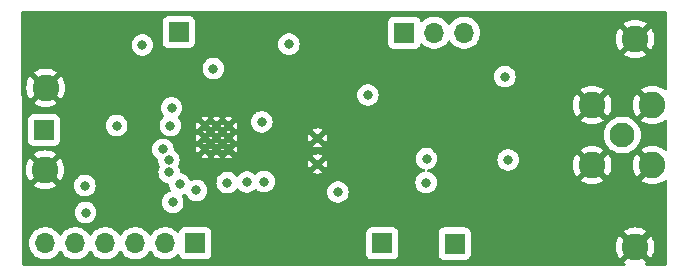
<source format=gbr>
%TF.GenerationSoftware,KiCad,Pcbnew,(7.0.0)*%
%TF.CreationDate,2023-03-06T00:02:43-06:00*%
%TF.ProjectId,RF Signal Source,52462053-6967-46e6-916c-20536f757263,rev?*%
%TF.SameCoordinates,Original*%
%TF.FileFunction,Copper,L2,Inr*%
%TF.FilePolarity,Positive*%
%FSLAX46Y46*%
G04 Gerber Fmt 4.6, Leading zero omitted, Abs format (unit mm)*
G04 Created by KiCad (PCBNEW (7.0.0)) date 2023-03-06 00:02:43*
%MOMM*%
%LPD*%
G01*
G04 APERTURE LIST*
%TA.AperFunction,ComponentPad*%
%ADD10C,2.250000*%
%TD*%
%TA.AperFunction,ComponentPad*%
%ADD11C,0.500000*%
%TD*%
%TA.AperFunction,ComponentPad*%
%ADD12R,1.700000X1.700000*%
%TD*%
%TA.AperFunction,ComponentPad*%
%ADD13O,1.700000X1.700000*%
%TD*%
%TA.AperFunction,ComponentPad*%
%ADD14C,0.610000*%
%TD*%
%TA.AperFunction,ComponentPad*%
%ADD15C,2.100000*%
%TD*%
%TA.AperFunction,ViaPad*%
%ADD16C,0.800000*%
%TD*%
G04 APERTURE END LIST*
D10*
%TO.N,GND*%
%TO.C,*%
X149288016Y-83966640D03*
%TD*%
%TO.N,GND*%
%TO.C,*%
X149252267Y-90901942D03*
%TD*%
%TO.N,GND*%
%TO.C,*%
X199209993Y-97431249D03*
%TD*%
%TO.N,GND*%
%TO.C,*%
X199209993Y-79842751D03*
%TD*%
D11*
%TO.N,GND*%
%TO.C,U2*%
X164770367Y-87177500D03*
X163770367Y-87177500D03*
X162770367Y-87177500D03*
X164770367Y-88177500D03*
X163770367Y-88177500D03*
X162770367Y-88177500D03*
X164770367Y-89177500D03*
X163770367Y-89177500D03*
X162770367Y-89177500D03*
%TD*%
D12*
%TO.N,MCU3V3*%
%TO.C,J3*%
X160568785Y-79249124D03*
%TD*%
%TO.N,SIGNAL_PWR*%
%TO.C,J8*%
X177808718Y-97150920D03*
%TD*%
%TO.N,AMP_PWRDWN*%
%TO.C,J7*%
X183920627Y-97160140D03*
%TD*%
%TO.N,5V*%
%TO.C,J4*%
X149154436Y-87556971D03*
%TD*%
%TO.N,ATTENDATA*%
%TO.C,J6*%
X179651367Y-79307067D03*
D13*
%TO.N,ATTENCLK*%
X182191367Y-79307067D03*
%TO.N,ATTENLE*%
X184731367Y-79307067D03*
%TD*%
%TO.N,MAXMUX*%
%TO.C,J5*%
X149266769Y-97128697D03*
%TO.N,MAXLD*%
X151806769Y-97128697D03*
%TO.N,MAXCLK*%
X154346769Y-97128697D03*
%TO.N,MAXDATA*%
X156886769Y-97128697D03*
%TO.N,MAXLE*%
X159426769Y-97128697D03*
D12*
%TO.N,MAXCE*%
X161966769Y-97128697D03*
%TD*%
D14*
%TO.N,GND*%
%TO.C,FL1*%
X172315169Y-88219699D03*
X172315169Y-90429699D03*
%TD*%
D15*
%TO.N,Net-(J1-In)*%
%TO.C,J1*%
X198120000Y-87973684D03*
D10*
%TO.N,GND*%
X195570000Y-90523684D03*
X200670000Y-90523684D03*
X200670000Y-85423684D03*
X195570000Y-85423684D03*
%TD*%
D16*
%TO.N,GND*%
X179383189Y-87833184D03*
X180294437Y-87833184D03*
X180294437Y-86732092D03*
X179413564Y-86716905D03*
%TO.N,3V3*%
X152678022Y-94536872D03*
%TO.N,GND*%
X161689252Y-94739373D03*
%TO.N,VCC_CP*%
X160049005Y-93676250D03*
%TO.N,MCU3V3*%
X159723000Y-90095247D03*
X159853500Y-87169998D03*
%TO.N,GND*%
X191604991Y-91831180D03*
X191604991Y-90312434D03*
X184420689Y-87296761D03*
%TO.N,3V3*%
X169883713Y-80282502D03*
%TO.N,5V*%
X188177276Y-83029902D03*
%TO.N,GND*%
X191650553Y-84283010D03*
X191635366Y-85725819D03*
%TO.N,VCC_CP*%
X167784851Y-91910766D03*
%TO.N,CP_OUT*%
X166331234Y-91953563D03*
%TO.N,VCC_CP*%
X164668860Y-92011601D03*
%TO.N,GND*%
X175689615Y-90247447D03*
X172252692Y-91928872D03*
X170712002Y-91573328D03*
X170800888Y-87351246D03*
X172534164Y-86758674D03*
X174800756Y-86832745D03*
X176459960Y-86817931D03*
X178351588Y-81963271D03*
X183433068Y-82957643D03*
X183271923Y-87360623D03*
%TO.N,MAXLD*%
X152609213Y-92251662D03*
%TO.N,GND*%
X155438998Y-92376021D03*
%TO.N,MAXMUX*%
X159216751Y-89177249D03*
%TO.N,MAXCLK*%
X159743465Y-91130545D03*
%TO.N,5V*%
X155305042Y-87168280D03*
%TO.N,GND*%
X166481252Y-83290863D03*
%TO.N,CP_OUT*%
X163491974Y-82342540D03*
%TO.N,GND*%
X179550044Y-93588615D03*
X165801041Y-95297938D03*
X157814755Y-83523713D03*
X160385320Y-82368081D03*
X189142540Y-88957565D03*
X189161728Y-87000353D03*
X167961724Y-88650551D03*
X168914746Y-88778473D03*
X168889161Y-90665328D03*
%TO.N,3V3*%
X157479999Y-80346908D03*
%TO.N,GND*%
X193802504Y-88777499D03*
X193845678Y-87208851D03*
X192723159Y-88791890D03*
X192766333Y-87208851D03*
X191600640Y-88763108D03*
X191615032Y-87223243D03*
X185573506Y-84338826D03*
%TO.N,3V3*%
X176569815Y-84579373D03*
X174035088Y-92806648D03*
%TO.N,GND*%
X185899708Y-93166210D03*
X187460361Y-93172606D03*
X170803621Y-83205972D03*
X151896189Y-85285452D03*
X182419479Y-89185693D03*
X184918229Y-89241126D03*
X183749871Y-89305087D03*
%TO.N,*%
X181541728Y-89968151D03*
X181541728Y-89968151D03*
%TO.N,GND*%
X187930151Y-86479394D03*
%TO.N,AMP_PWRDWN*%
X188449768Y-90072829D03*
%TO.N,3V3*%
X181505055Y-91994715D03*
X167592029Y-86858897D03*
%TO.N,MAXLD*%
X159957117Y-85670477D03*
%TO.N,MAXLE*%
X162065457Y-92666113D03*
%TO.N,MAXDATA*%
X160638909Y-92131335D03*
%TD*%
%TA.AperFunction,Conductor*%
%TO.N,GND*%
G36*
X201842500Y-77512113D02*
G01*
X201887887Y-77557500D01*
X201904500Y-77619500D01*
X201904500Y-84072053D01*
X201884935Y-84138906D01*
X201832414Y-84184663D01*
X201763510Y-84194884D01*
X201699968Y-84166343D01*
X201631809Y-84108129D01*
X201623950Y-84102419D01*
X201414174Y-83973869D01*
X201405511Y-83969455D01*
X201178205Y-83875302D01*
X201168968Y-83872300D01*
X200929725Y-83814863D01*
X200920140Y-83813345D01*
X200674854Y-83794041D01*
X200665146Y-83794041D01*
X200419859Y-83813345D01*
X200410274Y-83814863D01*
X200171031Y-83872300D01*
X200161794Y-83875302D01*
X199934488Y-83969455D01*
X199925825Y-83973869D01*
X199718608Y-84100851D01*
X199713543Y-84108431D01*
X199720215Y-84120346D01*
X200935871Y-85336002D01*
X200967965Y-85391589D01*
X200967965Y-85455777D01*
X200935871Y-85511364D01*
X199720213Y-86727022D01*
X199713542Y-86738934D01*
X199718606Y-86746514D01*
X199925825Y-86873498D01*
X199934488Y-86877912D01*
X200161794Y-86972065D01*
X200171031Y-86975067D01*
X200410274Y-87032504D01*
X200419859Y-87034022D01*
X200665146Y-87053327D01*
X200674854Y-87053327D01*
X200920140Y-87034022D01*
X200929725Y-87032504D01*
X201168968Y-86975067D01*
X201178205Y-86972065D01*
X201405511Y-86877912D01*
X201414174Y-86873498D01*
X201623950Y-86744948D01*
X201631809Y-86739238D01*
X201699968Y-86681025D01*
X201763510Y-86652484D01*
X201832414Y-86662705D01*
X201884935Y-86708462D01*
X201904500Y-86775315D01*
X201904500Y-89172053D01*
X201884935Y-89238906D01*
X201832414Y-89284663D01*
X201763510Y-89294884D01*
X201699968Y-89266343D01*
X201631809Y-89208129D01*
X201623950Y-89202419D01*
X201414174Y-89073869D01*
X201405511Y-89069455D01*
X201178205Y-88975302D01*
X201168968Y-88972300D01*
X200929725Y-88914863D01*
X200920140Y-88913345D01*
X200674854Y-88894041D01*
X200665146Y-88894041D01*
X200419859Y-88913345D01*
X200410274Y-88914863D01*
X200171031Y-88972300D01*
X200161794Y-88975302D01*
X199934488Y-89069455D01*
X199925825Y-89073869D01*
X199718608Y-89200851D01*
X199713543Y-89208431D01*
X199720215Y-89220346D01*
X200935871Y-90436002D01*
X200967965Y-90491589D01*
X200967965Y-90555777D01*
X200935871Y-90611364D01*
X199720213Y-91827022D01*
X199713542Y-91838934D01*
X199718606Y-91846514D01*
X199925825Y-91973498D01*
X199934488Y-91977912D01*
X200161794Y-92072065D01*
X200171031Y-92075067D01*
X200410274Y-92132504D01*
X200419859Y-92134022D01*
X200665146Y-92153327D01*
X200674854Y-92153327D01*
X200920140Y-92134022D01*
X200929725Y-92132504D01*
X201168968Y-92075067D01*
X201178205Y-92072065D01*
X201405511Y-91977912D01*
X201414174Y-91973498D01*
X201623950Y-91844948D01*
X201631809Y-91839238D01*
X201699968Y-91781025D01*
X201763510Y-91752484D01*
X201832414Y-91762705D01*
X201884935Y-91808462D01*
X201904500Y-91875315D01*
X201904500Y-98910500D01*
X201887887Y-98972500D01*
X201842500Y-99017887D01*
X201780500Y-99034500D01*
X200143453Y-99034500D01*
X200082016Y-99018210D01*
X200036721Y-98973621D01*
X200019468Y-98912448D01*
X200034791Y-98850763D01*
X200078663Y-98804773D01*
X200161390Y-98754077D01*
X200166450Y-98746501D01*
X200159777Y-98734586D01*
X199221535Y-97796344D01*
X199209993Y-97789680D01*
X199198450Y-97796344D01*
X198260206Y-98734587D01*
X198253535Y-98746499D01*
X198258599Y-98754079D01*
X198341323Y-98804773D01*
X198385195Y-98850763D01*
X198400518Y-98912448D01*
X198383265Y-98973621D01*
X198337970Y-99018210D01*
X198276533Y-99034500D01*
X147443283Y-99034500D01*
X147381455Y-99017986D01*
X147336095Y-98972844D01*
X147319284Y-98911098D01*
X147310720Y-97128698D01*
X147903614Y-97128698D01*
X147904038Y-97133815D01*
X147921781Y-97347946D01*
X147921782Y-97347954D01*
X147922206Y-97353066D01*
X147923463Y-97358033D01*
X147923465Y-97358040D01*
X147944927Y-97442791D01*
X147977474Y-97571314D01*
X147979534Y-97576010D01*
X148065850Y-97772794D01*
X148065853Y-97772799D01*
X148067910Y-97777489D01*
X148073640Y-97786259D01*
X148188244Y-97961675D01*
X148188247Y-97961679D01*
X148191048Y-97965966D01*
X148194522Y-97969739D01*
X148194523Y-97969741D01*
X148340058Y-98127833D01*
X148340061Y-98127836D01*
X148343530Y-98131604D01*
X148347571Y-98134749D01*
X148517146Y-98266737D01*
X148517151Y-98266740D01*
X148521194Y-98269887D01*
X148525701Y-98272326D01*
X148525704Y-98272328D01*
X148714689Y-98374601D01*
X148719196Y-98377040D01*
X148932135Y-98450142D01*
X149154201Y-98487198D01*
X149374206Y-98487198D01*
X149379339Y-98487198D01*
X149601405Y-98450142D01*
X149814344Y-98377040D01*
X150012346Y-98269887D01*
X150190010Y-98131604D01*
X150342492Y-97965966D01*
X150432960Y-97827493D01*
X150477752Y-97786259D01*
X150536770Y-97771314D01*
X150595788Y-97786259D01*
X150640579Y-97827493D01*
X150728240Y-97961670D01*
X150728248Y-97961680D01*
X150731048Y-97965966D01*
X150734522Y-97969739D01*
X150734523Y-97969741D01*
X150880058Y-98127833D01*
X150880061Y-98127836D01*
X150883530Y-98131604D01*
X150887571Y-98134749D01*
X151057146Y-98266737D01*
X151057151Y-98266740D01*
X151061194Y-98269887D01*
X151065701Y-98272326D01*
X151065704Y-98272328D01*
X151254689Y-98374601D01*
X151259196Y-98377040D01*
X151472135Y-98450142D01*
X151694201Y-98487198D01*
X151914206Y-98487198D01*
X151919339Y-98487198D01*
X152141405Y-98450142D01*
X152354344Y-98377040D01*
X152552346Y-98269887D01*
X152730010Y-98131604D01*
X152882492Y-97965966D01*
X152972960Y-97827493D01*
X153017752Y-97786259D01*
X153076770Y-97771314D01*
X153135788Y-97786259D01*
X153180579Y-97827493D01*
X153268240Y-97961670D01*
X153268248Y-97961680D01*
X153271048Y-97965966D01*
X153274522Y-97969739D01*
X153274523Y-97969741D01*
X153420058Y-98127833D01*
X153420061Y-98127836D01*
X153423530Y-98131604D01*
X153427571Y-98134749D01*
X153597146Y-98266737D01*
X153597151Y-98266740D01*
X153601194Y-98269887D01*
X153605701Y-98272326D01*
X153605704Y-98272328D01*
X153794689Y-98374601D01*
X153799196Y-98377040D01*
X154012135Y-98450142D01*
X154234201Y-98487198D01*
X154454206Y-98487198D01*
X154459339Y-98487198D01*
X154681405Y-98450142D01*
X154894344Y-98377040D01*
X155092346Y-98269887D01*
X155270010Y-98131604D01*
X155422492Y-97965966D01*
X155512960Y-97827493D01*
X155557752Y-97786259D01*
X155616770Y-97771314D01*
X155675788Y-97786259D01*
X155720579Y-97827493D01*
X155808240Y-97961670D01*
X155808248Y-97961680D01*
X155811048Y-97965966D01*
X155814522Y-97969739D01*
X155814523Y-97969741D01*
X155960058Y-98127833D01*
X155960061Y-98127836D01*
X155963530Y-98131604D01*
X155967571Y-98134749D01*
X156137146Y-98266737D01*
X156137151Y-98266740D01*
X156141194Y-98269887D01*
X156145701Y-98272326D01*
X156145704Y-98272328D01*
X156334689Y-98374601D01*
X156339196Y-98377040D01*
X156552135Y-98450142D01*
X156774201Y-98487198D01*
X156994206Y-98487198D01*
X156999339Y-98487198D01*
X157221405Y-98450142D01*
X157434344Y-98377040D01*
X157632346Y-98269887D01*
X157810010Y-98131604D01*
X157962492Y-97965966D01*
X158052960Y-97827493D01*
X158097752Y-97786259D01*
X158156770Y-97771314D01*
X158215788Y-97786259D01*
X158260579Y-97827493D01*
X158348240Y-97961670D01*
X158348248Y-97961680D01*
X158351048Y-97965966D01*
X158354522Y-97969739D01*
X158354523Y-97969741D01*
X158500058Y-98127833D01*
X158500061Y-98127836D01*
X158503530Y-98131604D01*
X158507571Y-98134749D01*
X158677146Y-98266737D01*
X158677151Y-98266740D01*
X158681194Y-98269887D01*
X158685701Y-98272326D01*
X158685704Y-98272328D01*
X158874689Y-98374601D01*
X158879196Y-98377040D01*
X159092135Y-98450142D01*
X159314201Y-98487198D01*
X159534206Y-98487198D01*
X159539339Y-98487198D01*
X159761405Y-98450142D01*
X159974344Y-98377040D01*
X160172346Y-98269887D01*
X160350010Y-98131604D01*
X160413225Y-98062934D01*
X160465843Y-98029084D01*
X160528298Y-98025236D01*
X160584679Y-98052373D01*
X160620632Y-98103587D01*
X160644194Y-98166760D01*
X160665881Y-98224902D01*
X160753509Y-98341959D01*
X160870566Y-98429587D01*
X161007569Y-98480687D01*
X161068132Y-98487198D01*
X162862098Y-98487198D01*
X162865408Y-98487198D01*
X162925971Y-98480687D01*
X163062974Y-98429587D01*
X163180031Y-98341959D01*
X163267659Y-98224902D01*
X163318759Y-98087899D01*
X163322881Y-98049559D01*
X176450219Y-98049559D01*
X176450571Y-98052839D01*
X176450572Y-98052845D01*
X176455121Y-98095161D01*
X176456730Y-98110122D01*
X176459436Y-98117379D01*
X176459438Y-98117384D01*
X176499541Y-98224902D01*
X176507830Y-98247125D01*
X176513144Y-98254224D01*
X176513145Y-98254225D01*
X176582798Y-98347271D01*
X176595458Y-98364182D01*
X176712515Y-98451810D01*
X176849518Y-98502910D01*
X176910081Y-98509421D01*
X178704047Y-98509421D01*
X178707357Y-98509421D01*
X178767920Y-98502910D01*
X178904923Y-98451810D01*
X179021980Y-98364182D01*
X179109608Y-98247125D01*
X179160708Y-98110122D01*
X179166228Y-98058779D01*
X182562128Y-98058779D01*
X182562480Y-98062059D01*
X182562481Y-98062065D01*
X182567647Y-98110122D01*
X182568639Y-98119342D01*
X182571345Y-98126599D01*
X182571347Y-98126604D01*
X182616300Y-98247125D01*
X182619739Y-98256345D01*
X182625053Y-98263444D01*
X182625054Y-98263445D01*
X182687805Y-98347271D01*
X182707367Y-98373402D01*
X182824424Y-98461030D01*
X182961427Y-98512130D01*
X183021990Y-98518641D01*
X184815956Y-98518641D01*
X184819266Y-98518641D01*
X184879829Y-98512130D01*
X185016832Y-98461030D01*
X185133889Y-98373402D01*
X185221517Y-98256345D01*
X185272617Y-98119342D01*
X185279128Y-98058779D01*
X185279128Y-97436103D01*
X197580350Y-97436103D01*
X197599654Y-97681389D01*
X197601172Y-97690974D01*
X197658609Y-97930217D01*
X197661611Y-97939454D01*
X197755764Y-98166760D01*
X197760178Y-98175423D01*
X197887161Y-98382641D01*
X197894740Y-98387705D01*
X197906656Y-98381031D01*
X198844897Y-97442791D01*
X198851561Y-97431249D01*
X199568424Y-97431249D01*
X199575088Y-97442791D01*
X200513330Y-98381033D01*
X200525245Y-98387706D01*
X200532821Y-98382646D01*
X200659807Y-98175423D01*
X200664221Y-98166760D01*
X200758374Y-97939454D01*
X200761376Y-97930217D01*
X200818813Y-97690974D01*
X200820331Y-97681389D01*
X200839636Y-97436103D01*
X200839636Y-97426395D01*
X200820331Y-97181108D01*
X200818813Y-97171523D01*
X200761376Y-96932280D01*
X200758374Y-96923043D01*
X200664221Y-96695737D01*
X200659807Y-96687074D01*
X200532823Y-96479855D01*
X200525243Y-96474791D01*
X200513331Y-96481462D01*
X199575088Y-97419706D01*
X199568424Y-97431249D01*
X198851561Y-97431249D01*
X198844897Y-97419706D01*
X197906655Y-96481464D01*
X197894740Y-96474792D01*
X197887160Y-96479857D01*
X197760178Y-96687074D01*
X197755764Y-96695737D01*
X197661611Y-96923043D01*
X197658609Y-96932280D01*
X197601172Y-97171523D01*
X197599654Y-97181108D01*
X197580350Y-97426395D01*
X197580350Y-97436103D01*
X185279128Y-97436103D01*
X185279128Y-96261503D01*
X185272617Y-96200940D01*
X185240934Y-96115996D01*
X198253536Y-96115996D01*
X198260208Y-96127911D01*
X199198450Y-97066153D01*
X199209993Y-97072817D01*
X199221535Y-97066153D01*
X200159775Y-96127912D01*
X200166449Y-96115996D01*
X200161385Y-96108417D01*
X199954167Y-95981434D01*
X199945504Y-95977020D01*
X199718198Y-95882867D01*
X199708961Y-95879865D01*
X199469718Y-95822428D01*
X199460133Y-95820910D01*
X199214847Y-95801606D01*
X199205139Y-95801606D01*
X198959852Y-95820910D01*
X198950267Y-95822428D01*
X198711024Y-95879865D01*
X198701787Y-95882867D01*
X198474481Y-95977020D01*
X198465818Y-95981434D01*
X198258601Y-96108416D01*
X198253536Y-96115996D01*
X185240934Y-96115996D01*
X185221517Y-96063937D01*
X185133889Y-95946880D01*
X185114475Y-95932347D01*
X185023932Y-95864567D01*
X185023931Y-95864566D01*
X185016832Y-95859252D01*
X185008524Y-95856153D01*
X185008522Y-95856152D01*
X184887091Y-95810860D01*
X184887086Y-95810858D01*
X184879829Y-95808152D01*
X184872125Y-95807323D01*
X184872122Y-95807323D01*
X184822552Y-95801994D01*
X184822546Y-95801993D01*
X184819266Y-95801641D01*
X183021990Y-95801641D01*
X183018710Y-95801993D01*
X183018703Y-95801994D01*
X182969133Y-95807323D01*
X182969128Y-95807323D01*
X182961427Y-95808152D01*
X182954171Y-95810858D01*
X182954164Y-95810860D01*
X182832733Y-95856152D01*
X182832727Y-95856154D01*
X182824424Y-95859252D01*
X182817326Y-95864564D01*
X182817323Y-95864567D01*
X182714463Y-95941567D01*
X182714459Y-95941570D01*
X182707367Y-95946880D01*
X182702057Y-95953972D01*
X182702054Y-95953976D01*
X182625054Y-96056836D01*
X182625051Y-96056839D01*
X182619739Y-96063937D01*
X182616641Y-96072240D01*
X182616639Y-96072246D01*
X182571347Y-96193677D01*
X182571345Y-96193684D01*
X182568639Y-96200940D01*
X182567810Y-96208641D01*
X182567810Y-96208646D01*
X182563119Y-96252283D01*
X182562128Y-96261503D01*
X182562128Y-98058779D01*
X179166228Y-98058779D01*
X179167219Y-98049559D01*
X179167219Y-96252283D01*
X179160708Y-96191720D01*
X179109608Y-96054717D01*
X179021980Y-95937660D01*
X178985196Y-95910124D01*
X178912023Y-95855347D01*
X178912022Y-95855346D01*
X178904923Y-95850032D01*
X178896615Y-95846933D01*
X178896613Y-95846932D01*
X178775182Y-95801640D01*
X178775177Y-95801638D01*
X178767920Y-95798932D01*
X178760216Y-95798103D01*
X178760213Y-95798103D01*
X178710643Y-95792774D01*
X178710637Y-95792773D01*
X178707357Y-95792421D01*
X176910081Y-95792421D01*
X176906801Y-95792773D01*
X176906794Y-95792774D01*
X176857224Y-95798103D01*
X176857219Y-95798103D01*
X176849518Y-95798932D01*
X176842262Y-95801638D01*
X176842255Y-95801640D01*
X176720824Y-95846932D01*
X176720818Y-95846934D01*
X176712515Y-95850032D01*
X176705417Y-95855344D01*
X176705414Y-95855347D01*
X176602554Y-95932347D01*
X176602550Y-95932350D01*
X176595458Y-95937660D01*
X176590148Y-95944752D01*
X176590145Y-95944756D01*
X176513145Y-96047616D01*
X176513142Y-96047619D01*
X176507830Y-96054717D01*
X176504732Y-96063020D01*
X176504730Y-96063026D01*
X176459438Y-96184457D01*
X176459436Y-96184464D01*
X176456730Y-96191720D01*
X176455901Y-96199421D01*
X176455901Y-96199426D01*
X176452796Y-96228311D01*
X176450219Y-96252283D01*
X176450219Y-98049559D01*
X163322881Y-98049559D01*
X163325270Y-98027336D01*
X163325270Y-96230060D01*
X163318759Y-96169497D01*
X163267659Y-96032494D01*
X163180031Y-95915437D01*
X163133168Y-95880356D01*
X163070074Y-95833124D01*
X163070073Y-95833123D01*
X163062974Y-95827809D01*
X163054666Y-95824710D01*
X163054664Y-95824709D01*
X162933233Y-95779417D01*
X162933228Y-95779415D01*
X162925971Y-95776709D01*
X162918267Y-95775880D01*
X162918264Y-95775880D01*
X162868694Y-95770551D01*
X162868688Y-95770550D01*
X162865408Y-95770198D01*
X161068132Y-95770198D01*
X161064852Y-95770550D01*
X161064845Y-95770551D01*
X161015275Y-95775880D01*
X161015270Y-95775880D01*
X161007569Y-95776709D01*
X161000313Y-95779415D01*
X161000306Y-95779417D01*
X160878875Y-95824709D01*
X160878869Y-95824711D01*
X160870566Y-95827809D01*
X160863468Y-95833121D01*
X160863465Y-95833124D01*
X160760605Y-95910124D01*
X160760601Y-95910127D01*
X160753509Y-95915437D01*
X160748199Y-95922529D01*
X160748196Y-95922533D01*
X160671196Y-96025393D01*
X160671193Y-96025396D01*
X160665881Y-96032494D01*
X160662783Y-96040799D01*
X160662779Y-96040807D01*
X160620631Y-96153809D01*
X160584679Y-96205022D01*
X160528298Y-96232159D01*
X160465844Y-96228311D01*
X160413221Y-96194457D01*
X160410701Y-96191720D01*
X160350010Y-96125792D01*
X160270540Y-96063937D01*
X160176393Y-95990658D01*
X160176385Y-95990653D01*
X160172346Y-95987509D01*
X160167841Y-95985071D01*
X160167835Y-95985067D01*
X159978850Y-95882794D01*
X159978844Y-95882791D01*
X159974344Y-95880356D01*
X159969503Y-95878694D01*
X159969496Y-95878691D01*
X159766258Y-95808920D01*
X159766257Y-95808919D01*
X159761405Y-95807254D01*
X159756355Y-95806411D01*
X159756346Y-95806409D01*
X159544401Y-95771042D01*
X159544392Y-95771041D01*
X159539339Y-95770198D01*
X159314201Y-95770198D01*
X159309148Y-95771041D01*
X159309138Y-95771042D01*
X159097193Y-95806409D01*
X159097181Y-95806411D01*
X159092135Y-95807254D01*
X159087285Y-95808918D01*
X159087281Y-95808920D01*
X158884043Y-95878691D01*
X158884032Y-95878695D01*
X158879196Y-95880356D01*
X158874699Y-95882789D01*
X158874689Y-95882794D01*
X158685704Y-95985067D01*
X158685692Y-95985074D01*
X158681194Y-95987509D01*
X158677159Y-95990649D01*
X158677146Y-95990658D01*
X158507571Y-96122646D01*
X158507565Y-96122650D01*
X158503530Y-96125792D01*
X158500067Y-96129553D01*
X158500058Y-96129562D01*
X158354523Y-96287654D01*
X158354517Y-96287661D01*
X158351048Y-96291430D01*
X158348251Y-96295710D01*
X158348244Y-96295720D01*
X158260579Y-96429903D01*
X158215787Y-96471136D01*
X158156770Y-96486081D01*
X158097753Y-96471136D01*
X158052961Y-96429903D01*
X157965295Y-96295720D01*
X157965293Y-96295718D01*
X157962492Y-96291430D01*
X157931916Y-96258216D01*
X157813481Y-96129562D01*
X157813478Y-96129559D01*
X157810010Y-96125792D01*
X157730540Y-96063937D01*
X157636393Y-95990658D01*
X157636385Y-95990653D01*
X157632346Y-95987509D01*
X157627841Y-95985071D01*
X157627835Y-95985067D01*
X157438850Y-95882794D01*
X157438844Y-95882791D01*
X157434344Y-95880356D01*
X157429503Y-95878694D01*
X157429496Y-95878691D01*
X157226258Y-95808920D01*
X157226257Y-95808919D01*
X157221405Y-95807254D01*
X157216355Y-95806411D01*
X157216346Y-95806409D01*
X157004401Y-95771042D01*
X157004392Y-95771041D01*
X156999339Y-95770198D01*
X156774201Y-95770198D01*
X156769148Y-95771041D01*
X156769138Y-95771042D01*
X156557193Y-95806409D01*
X156557181Y-95806411D01*
X156552135Y-95807254D01*
X156547285Y-95808918D01*
X156547281Y-95808920D01*
X156344043Y-95878691D01*
X156344032Y-95878695D01*
X156339196Y-95880356D01*
X156334699Y-95882789D01*
X156334689Y-95882794D01*
X156145704Y-95985067D01*
X156145692Y-95985074D01*
X156141194Y-95987509D01*
X156137159Y-95990649D01*
X156137146Y-95990658D01*
X155967571Y-96122646D01*
X155967565Y-96122650D01*
X155963530Y-96125792D01*
X155960067Y-96129553D01*
X155960058Y-96129562D01*
X155814523Y-96287654D01*
X155814517Y-96287661D01*
X155811048Y-96291430D01*
X155808251Y-96295710D01*
X155808244Y-96295720D01*
X155720579Y-96429903D01*
X155675787Y-96471136D01*
X155616770Y-96486081D01*
X155557753Y-96471136D01*
X155512961Y-96429903D01*
X155425295Y-96295720D01*
X155425293Y-96295718D01*
X155422492Y-96291430D01*
X155391916Y-96258216D01*
X155273481Y-96129562D01*
X155273478Y-96129559D01*
X155270010Y-96125792D01*
X155190540Y-96063937D01*
X155096393Y-95990658D01*
X155096385Y-95990653D01*
X155092346Y-95987509D01*
X155087841Y-95985071D01*
X155087835Y-95985067D01*
X154898850Y-95882794D01*
X154898844Y-95882791D01*
X154894344Y-95880356D01*
X154889503Y-95878694D01*
X154889496Y-95878691D01*
X154686258Y-95808920D01*
X154686257Y-95808919D01*
X154681405Y-95807254D01*
X154676355Y-95806411D01*
X154676346Y-95806409D01*
X154464401Y-95771042D01*
X154464392Y-95771041D01*
X154459339Y-95770198D01*
X154234201Y-95770198D01*
X154229148Y-95771041D01*
X154229138Y-95771042D01*
X154017193Y-95806409D01*
X154017181Y-95806411D01*
X154012135Y-95807254D01*
X154007285Y-95808918D01*
X154007281Y-95808920D01*
X153804043Y-95878691D01*
X153804032Y-95878695D01*
X153799196Y-95880356D01*
X153794699Y-95882789D01*
X153794689Y-95882794D01*
X153605704Y-95985067D01*
X153605692Y-95985074D01*
X153601194Y-95987509D01*
X153597159Y-95990649D01*
X153597146Y-95990658D01*
X153427571Y-96122646D01*
X153427565Y-96122650D01*
X153423530Y-96125792D01*
X153420067Y-96129553D01*
X153420058Y-96129562D01*
X153274523Y-96287654D01*
X153274517Y-96287661D01*
X153271048Y-96291430D01*
X153268251Y-96295710D01*
X153268244Y-96295720D01*
X153180579Y-96429903D01*
X153135787Y-96471136D01*
X153076770Y-96486081D01*
X153017753Y-96471136D01*
X152972961Y-96429903D01*
X152885295Y-96295720D01*
X152885293Y-96295718D01*
X152882492Y-96291430D01*
X152851916Y-96258216D01*
X152733481Y-96129562D01*
X152733478Y-96129559D01*
X152730010Y-96125792D01*
X152650540Y-96063937D01*
X152556393Y-95990658D01*
X152556385Y-95990653D01*
X152552346Y-95987509D01*
X152547841Y-95985071D01*
X152547835Y-95985067D01*
X152358850Y-95882794D01*
X152358844Y-95882791D01*
X152354344Y-95880356D01*
X152349503Y-95878694D01*
X152349496Y-95878691D01*
X152146258Y-95808920D01*
X152146257Y-95808919D01*
X152141405Y-95807254D01*
X152136355Y-95806411D01*
X152136346Y-95806409D01*
X151924401Y-95771042D01*
X151924392Y-95771041D01*
X151919339Y-95770198D01*
X151694201Y-95770198D01*
X151689148Y-95771041D01*
X151689138Y-95771042D01*
X151477193Y-95806409D01*
X151477181Y-95806411D01*
X151472135Y-95807254D01*
X151467285Y-95808918D01*
X151467281Y-95808920D01*
X151264043Y-95878691D01*
X151264032Y-95878695D01*
X151259196Y-95880356D01*
X151254699Y-95882789D01*
X151254689Y-95882794D01*
X151065704Y-95985067D01*
X151065692Y-95985074D01*
X151061194Y-95987509D01*
X151057159Y-95990649D01*
X151057146Y-95990658D01*
X150887571Y-96122646D01*
X150887565Y-96122650D01*
X150883530Y-96125792D01*
X150880067Y-96129553D01*
X150880058Y-96129562D01*
X150734523Y-96287654D01*
X150734517Y-96287661D01*
X150731048Y-96291430D01*
X150728251Y-96295710D01*
X150728244Y-96295720D01*
X150640579Y-96429903D01*
X150595787Y-96471136D01*
X150536770Y-96486081D01*
X150477753Y-96471136D01*
X150432961Y-96429903D01*
X150345295Y-96295720D01*
X150345293Y-96295718D01*
X150342492Y-96291430D01*
X150311916Y-96258216D01*
X150193481Y-96129562D01*
X150193478Y-96129559D01*
X150190010Y-96125792D01*
X150110540Y-96063937D01*
X150016393Y-95990658D01*
X150016385Y-95990653D01*
X150012346Y-95987509D01*
X150007841Y-95985071D01*
X150007835Y-95985067D01*
X149818850Y-95882794D01*
X149818844Y-95882791D01*
X149814344Y-95880356D01*
X149809503Y-95878694D01*
X149809496Y-95878691D01*
X149606258Y-95808920D01*
X149606257Y-95808919D01*
X149601405Y-95807254D01*
X149596355Y-95806411D01*
X149596346Y-95806409D01*
X149384401Y-95771042D01*
X149384392Y-95771041D01*
X149379339Y-95770198D01*
X149154201Y-95770198D01*
X149149148Y-95771041D01*
X149149138Y-95771042D01*
X148937193Y-95806409D01*
X148937181Y-95806411D01*
X148932135Y-95807254D01*
X148927285Y-95808918D01*
X148927281Y-95808920D01*
X148724043Y-95878691D01*
X148724032Y-95878695D01*
X148719196Y-95880356D01*
X148714699Y-95882789D01*
X148714689Y-95882794D01*
X148525704Y-95985067D01*
X148525692Y-95985074D01*
X148521194Y-95987509D01*
X148517159Y-95990649D01*
X148517146Y-95990658D01*
X148347571Y-96122646D01*
X148347565Y-96122650D01*
X148343530Y-96125792D01*
X148340067Y-96129553D01*
X148340058Y-96129562D01*
X148194523Y-96287654D01*
X148194517Y-96287661D01*
X148191048Y-96291430D01*
X148188251Y-96295710D01*
X148188244Y-96295720D01*
X148073640Y-96471136D01*
X148067910Y-96479907D01*
X148065855Y-96484590D01*
X148065850Y-96484601D01*
X147996770Y-96642091D01*
X147977474Y-96686082D01*
X147976216Y-96691047D01*
X147976215Y-96691052D01*
X147923465Y-96899355D01*
X147923463Y-96899364D01*
X147922206Y-96904330D01*
X147921782Y-96909439D01*
X147921781Y-96909449D01*
X147904038Y-97123581D01*
X147903614Y-97128698D01*
X147310720Y-97128698D01*
X147298267Y-94536872D01*
X151764518Y-94536872D01*
X151765197Y-94543332D01*
X151783800Y-94720339D01*
X151783801Y-94720347D01*
X151784480Y-94726800D01*
X151786485Y-94732972D01*
X151786487Y-94732979D01*
X151841487Y-94902249D01*
X151843495Y-94908428D01*
X151938982Y-95073816D01*
X152066769Y-95215738D01*
X152072019Y-95219552D01*
X152072022Y-95219555D01*
X152214885Y-95323351D01*
X152221270Y-95327990D01*
X152395734Y-95405666D01*
X152402092Y-95407017D01*
X152402094Y-95407018D01*
X152438896Y-95414840D01*
X152582535Y-95445372D01*
X152767006Y-95445372D01*
X152773509Y-95445372D01*
X152960310Y-95405666D01*
X153134774Y-95327990D01*
X153289275Y-95215738D01*
X153417062Y-95073816D01*
X153512549Y-94908428D01*
X153571564Y-94726800D01*
X153591526Y-94536872D01*
X153571564Y-94346944D01*
X153512549Y-94165316D01*
X153417062Y-93999928D01*
X153289275Y-93858006D01*
X153284025Y-93854191D01*
X153284021Y-93854188D01*
X153140028Y-93749571D01*
X153140026Y-93749569D01*
X153134774Y-93745754D01*
X153128843Y-93743113D01*
X153128839Y-93743111D01*
X152966248Y-93670721D01*
X152966241Y-93670718D01*
X152960310Y-93668078D01*
X152953957Y-93666727D01*
X152953949Y-93666725D01*
X152779871Y-93629724D01*
X152779868Y-93629723D01*
X152773509Y-93628372D01*
X152582535Y-93628372D01*
X152576176Y-93629723D01*
X152576172Y-93629724D01*
X152402094Y-93666725D01*
X152402083Y-93666728D01*
X152395734Y-93668078D01*
X152389804Y-93670717D01*
X152389795Y-93670721D01*
X152227204Y-93743111D01*
X152227196Y-93743115D01*
X152221270Y-93745754D01*
X152216021Y-93749567D01*
X152216015Y-93749571D01*
X152072022Y-93854188D01*
X152072013Y-93854195D01*
X152066769Y-93858006D01*
X152062425Y-93862829D01*
X152062422Y-93862833D01*
X152053847Y-93872357D01*
X151938982Y-93999928D01*
X151935736Y-94005548D01*
X151935733Y-94005554D01*
X151846743Y-94159689D01*
X151846740Y-94159694D01*
X151843495Y-94165316D01*
X151841489Y-94171488D01*
X151841487Y-94171494D01*
X151786487Y-94340764D01*
X151786485Y-94340773D01*
X151784480Y-94346944D01*
X151783802Y-94353394D01*
X151783800Y-94353404D01*
X151772224Y-94463550D01*
X151764518Y-94536872D01*
X147298267Y-94536872D01*
X147287122Y-92217192D01*
X148295809Y-92217192D01*
X148300873Y-92224772D01*
X148508092Y-92351756D01*
X148516755Y-92356170D01*
X148744061Y-92450323D01*
X148753298Y-92453325D01*
X148992541Y-92510762D01*
X149002126Y-92512280D01*
X149247413Y-92531585D01*
X149257121Y-92531585D01*
X149502407Y-92512280D01*
X149511992Y-92510762D01*
X149751235Y-92453325D01*
X149760472Y-92450323D01*
X149987778Y-92356170D01*
X149996441Y-92351756D01*
X150159780Y-92251662D01*
X151695709Y-92251662D01*
X151696388Y-92258122D01*
X151714991Y-92435129D01*
X151714992Y-92435137D01*
X151715671Y-92441590D01*
X151717676Y-92447762D01*
X151717678Y-92447769D01*
X151772678Y-92617039D01*
X151774686Y-92623218D01*
X151777933Y-92628842D01*
X151777934Y-92628844D01*
X151866367Y-92782015D01*
X151870173Y-92788606D01*
X151997960Y-92930528D01*
X152003210Y-92934342D01*
X152003213Y-92934345D01*
X152100552Y-93005066D01*
X152152461Y-93042780D01*
X152326925Y-93120456D01*
X152333283Y-93121807D01*
X152333285Y-93121808D01*
X152370087Y-93129630D01*
X152513726Y-93160162D01*
X152698197Y-93160162D01*
X152704700Y-93160162D01*
X152891501Y-93120456D01*
X153065965Y-93042780D01*
X153220466Y-92930528D01*
X153348253Y-92788606D01*
X153443740Y-92623218D01*
X153502755Y-92441590D01*
X153522717Y-92251662D01*
X153502755Y-92061734D01*
X153443740Y-91880106D01*
X153348253Y-91714718D01*
X153220466Y-91572796D01*
X153215216Y-91568981D01*
X153215212Y-91568978D01*
X153071219Y-91464361D01*
X153071217Y-91464359D01*
X153065965Y-91460544D01*
X153060034Y-91457903D01*
X153060030Y-91457901D01*
X152897439Y-91385511D01*
X152897432Y-91385508D01*
X152891501Y-91382868D01*
X152885148Y-91381517D01*
X152885140Y-91381515D01*
X152711062Y-91344514D01*
X152711059Y-91344513D01*
X152704700Y-91343162D01*
X152513726Y-91343162D01*
X152507367Y-91344513D01*
X152507363Y-91344514D01*
X152333285Y-91381515D01*
X152333274Y-91381518D01*
X152326925Y-91382868D01*
X152320995Y-91385507D01*
X152320986Y-91385511D01*
X152158395Y-91457901D01*
X152158387Y-91457905D01*
X152152461Y-91460544D01*
X152147212Y-91464357D01*
X152147206Y-91464361D01*
X152003213Y-91568978D01*
X152003204Y-91568985D01*
X151997960Y-91572796D01*
X151993616Y-91577619D01*
X151993613Y-91577623D01*
X151912698Y-91667489D01*
X151870173Y-91714718D01*
X151866927Y-91720338D01*
X151866924Y-91720344D01*
X151777934Y-91874479D01*
X151777931Y-91874484D01*
X151774686Y-91880106D01*
X151772680Y-91886278D01*
X151772678Y-91886284D01*
X151717678Y-92055554D01*
X151717676Y-92055563D01*
X151715671Y-92061734D01*
X151714993Y-92068184D01*
X151714991Y-92068194D01*
X151707091Y-92143366D01*
X151695709Y-92251662D01*
X150159780Y-92251662D01*
X150203664Y-92224770D01*
X150208724Y-92217194D01*
X150202051Y-92205279D01*
X149263809Y-91267037D01*
X149252266Y-91260373D01*
X149240724Y-91267037D01*
X148302480Y-92205280D01*
X148295809Y-92217192D01*
X147287122Y-92217192D01*
X147280826Y-90906796D01*
X147622624Y-90906796D01*
X147641928Y-91152082D01*
X147643446Y-91161667D01*
X147700883Y-91400910D01*
X147703885Y-91410147D01*
X147798038Y-91637453D01*
X147802452Y-91646116D01*
X147929435Y-91853334D01*
X147937014Y-91858398D01*
X147948930Y-91851724D01*
X148887171Y-90913484D01*
X148893835Y-90901942D01*
X149610698Y-90901942D01*
X149617362Y-90913484D01*
X150555604Y-91851726D01*
X150567519Y-91858399D01*
X150575095Y-91853339D01*
X150702081Y-91646116D01*
X150706495Y-91637453D01*
X150800648Y-91410147D01*
X150803650Y-91400910D01*
X150861087Y-91161667D01*
X150862605Y-91152082D01*
X150881910Y-90906796D01*
X150881910Y-90897088D01*
X150862605Y-90651801D01*
X150861087Y-90642216D01*
X150803650Y-90402973D01*
X150800648Y-90393736D01*
X150706495Y-90166430D01*
X150702081Y-90157767D01*
X150575097Y-89950548D01*
X150567517Y-89945484D01*
X150555605Y-89952155D01*
X149617362Y-90890399D01*
X149610698Y-90901942D01*
X148893835Y-90901942D01*
X148887171Y-90890399D01*
X147948929Y-89952157D01*
X147937014Y-89945485D01*
X147929434Y-89950550D01*
X147802452Y-90157767D01*
X147798038Y-90166430D01*
X147703885Y-90393736D01*
X147700883Y-90402973D01*
X147643446Y-90642216D01*
X147641928Y-90651801D01*
X147622624Y-90897088D01*
X147622624Y-90906796D01*
X147280826Y-90906796D01*
X147274483Y-89586689D01*
X148295810Y-89586689D01*
X148302482Y-89598604D01*
X149240724Y-90536846D01*
X149252267Y-90543510D01*
X149263809Y-90536846D01*
X150202049Y-89598605D01*
X150208723Y-89586689D01*
X150203659Y-89579110D01*
X149996441Y-89452127D01*
X149987778Y-89447713D01*
X149760472Y-89353560D01*
X149751235Y-89350558D01*
X149511992Y-89293121D01*
X149502407Y-89291603D01*
X149257121Y-89272299D01*
X149247413Y-89272299D01*
X149002126Y-89291603D01*
X148992541Y-89293121D01*
X148753298Y-89350558D01*
X148744061Y-89353560D01*
X148516755Y-89447713D01*
X148508092Y-89452127D01*
X148300875Y-89579109D01*
X148295810Y-89586689D01*
X147274483Y-89586689D01*
X147272516Y-89177249D01*
X158303247Y-89177249D01*
X158303926Y-89183709D01*
X158322529Y-89360716D01*
X158322530Y-89360724D01*
X158323209Y-89367177D01*
X158325214Y-89373349D01*
X158325216Y-89373356D01*
X158380216Y-89542626D01*
X158382224Y-89548805D01*
X158385471Y-89554429D01*
X158385472Y-89554431D01*
X158471061Y-89702676D01*
X158477711Y-89714193D01*
X158605498Y-89856115D01*
X158610748Y-89859929D01*
X158610751Y-89859932D01*
X158759999Y-89968367D01*
X158758989Y-89969756D01*
X158785263Y-89992576D01*
X158806766Y-90034750D01*
X158810897Y-90081909D01*
X158810175Y-90088781D01*
X158810175Y-90088786D01*
X158809496Y-90095247D01*
X158810175Y-90101707D01*
X158828778Y-90278714D01*
X158828779Y-90278722D01*
X158829458Y-90285175D01*
X158831463Y-90291347D01*
X158831465Y-90291354D01*
X158879181Y-90438206D01*
X158888473Y-90466803D01*
X158891720Y-90472427D01*
X158891721Y-90472429D01*
X158947256Y-90568619D01*
X158963869Y-90630619D01*
X158947256Y-90692618D01*
X158908938Y-90758989D01*
X158906932Y-90765161D01*
X158906930Y-90765167D01*
X158851930Y-90934437D01*
X158851928Y-90934446D01*
X158849923Y-90940617D01*
X158849245Y-90947067D01*
X158849243Y-90947077D01*
X158840330Y-91031889D01*
X158829961Y-91130545D01*
X158830640Y-91137005D01*
X158849243Y-91314012D01*
X158849244Y-91314020D01*
X158849923Y-91320473D01*
X158851928Y-91326645D01*
X158851930Y-91326652D01*
X158905074Y-91490209D01*
X158908938Y-91502101D01*
X158912185Y-91507725D01*
X158912186Y-91507727D01*
X158987083Y-91637453D01*
X159004425Y-91667489D01*
X159132212Y-91809411D01*
X159137462Y-91813225D01*
X159137465Y-91813228D01*
X159256208Y-91899500D01*
X159286713Y-91921663D01*
X159292646Y-91924304D01*
X159292647Y-91924305D01*
X159436281Y-91988255D01*
X159461177Y-91999339D01*
X159467535Y-92000690D01*
X159467537Y-92000691D01*
X159488473Y-92005141D01*
X159629131Y-92035038D01*
X159676233Y-92056010D01*
X159710735Y-92094328D01*
X159726669Y-92143366D01*
X159739948Y-92269704D01*
X159745367Y-92321263D01*
X159747372Y-92327435D01*
X159747374Y-92327442D01*
X159800358Y-92490507D01*
X159804382Y-92502891D01*
X159807629Y-92508515D01*
X159807630Y-92508517D01*
X159871549Y-92619228D01*
X159887992Y-92674737D01*
X159877443Y-92731661D01*
X159842201Y-92777591D01*
X159789949Y-92802517D01*
X159773078Y-92806103D01*
X159773069Y-92806105D01*
X159766717Y-92807456D01*
X159760787Y-92810095D01*
X159760778Y-92810099D01*
X159598187Y-92882489D01*
X159598179Y-92882493D01*
X159592253Y-92885132D01*
X159587004Y-92888945D01*
X159586998Y-92888949D01*
X159443005Y-92993566D01*
X159442996Y-92993573D01*
X159437752Y-92997384D01*
X159433408Y-93002207D01*
X159433405Y-93002211D01*
X159314312Y-93134478D01*
X159309965Y-93139306D01*
X159306719Y-93144926D01*
X159306716Y-93144932D01*
X159217726Y-93299067D01*
X159217723Y-93299072D01*
X159214478Y-93304694D01*
X159212472Y-93310866D01*
X159212470Y-93310872D01*
X159157470Y-93480142D01*
X159157468Y-93480151D01*
X159155463Y-93486322D01*
X159154785Y-93492772D01*
X159154783Y-93492782D01*
X159146183Y-93574613D01*
X159135501Y-93676250D01*
X159136180Y-93682710D01*
X159154783Y-93859717D01*
X159154784Y-93859725D01*
X159155463Y-93866178D01*
X159157468Y-93872350D01*
X159157470Y-93872357D01*
X159198921Y-93999928D01*
X159214478Y-94047806D01*
X159217725Y-94053430D01*
X159217726Y-94053432D01*
X159282322Y-94165316D01*
X159309965Y-94213194D01*
X159437752Y-94355116D01*
X159443002Y-94358930D01*
X159443005Y-94358933D01*
X159585868Y-94462729D01*
X159592253Y-94467368D01*
X159598186Y-94470009D01*
X159598187Y-94470010D01*
X159733852Y-94530412D01*
X159766717Y-94545044D01*
X159773075Y-94546395D01*
X159773077Y-94546396D01*
X159809879Y-94554218D01*
X159953518Y-94584750D01*
X160137989Y-94584750D01*
X160144492Y-94584750D01*
X160331293Y-94545044D01*
X160505757Y-94467368D01*
X160660258Y-94355116D01*
X160788045Y-94213194D01*
X160883532Y-94047806D01*
X160942547Y-93866178D01*
X160962509Y-93676250D01*
X160942547Y-93486322D01*
X160883532Y-93304694D01*
X160816363Y-93188355D01*
X160799921Y-93132846D01*
X160810471Y-93075921D01*
X160845715Y-93029990D01*
X160897970Y-93005066D01*
X160921197Y-93000129D01*
X161055320Y-92940413D01*
X161123012Y-92930900D01*
X161185460Y-92958703D01*
X161223685Y-93015373D01*
X161230930Y-93037669D01*
X161234177Y-93043293D01*
X161234178Y-93043295D01*
X161308500Y-93172025D01*
X161326417Y-93203057D01*
X161454204Y-93344979D01*
X161459454Y-93348793D01*
X161459457Y-93348796D01*
X161602320Y-93452592D01*
X161608705Y-93457231D01*
X161783169Y-93534907D01*
X161789527Y-93536258D01*
X161789529Y-93536259D01*
X161826331Y-93544081D01*
X161969970Y-93574613D01*
X162154441Y-93574613D01*
X162160944Y-93574613D01*
X162347745Y-93534907D01*
X162522209Y-93457231D01*
X162676710Y-93344979D01*
X162804497Y-93203057D01*
X162899984Y-93037669D01*
X162958999Y-92856041D01*
X162978961Y-92666113D01*
X162958999Y-92476185D01*
X162899984Y-92294557D01*
X162804497Y-92129169D01*
X162698638Y-92011601D01*
X163755356Y-92011601D01*
X163756035Y-92018061D01*
X163774638Y-92195068D01*
X163774639Y-92195076D01*
X163775318Y-92201529D01*
X163777323Y-92207701D01*
X163777325Y-92207708D01*
X163828846Y-92366271D01*
X163834333Y-92383157D01*
X163837580Y-92388781D01*
X163837581Y-92388783D01*
X163922857Y-92536486D01*
X163929820Y-92548545D01*
X164057607Y-92690467D01*
X164062857Y-92694281D01*
X164062860Y-92694284D01*
X164192503Y-92788475D01*
X164212108Y-92802719D01*
X164218041Y-92805360D01*
X164218042Y-92805361D01*
X164342706Y-92860865D01*
X164386572Y-92880395D01*
X164392930Y-92881746D01*
X164392932Y-92881747D01*
X164426815Y-92888949D01*
X164573373Y-92920101D01*
X164757844Y-92920101D01*
X164764347Y-92920101D01*
X164951148Y-92880395D01*
X165125612Y-92802719D01*
X165280113Y-92690467D01*
X165407900Y-92548545D01*
X165414981Y-92536279D01*
X165454830Y-92494283D01*
X165509404Y-92474955D01*
X165566806Y-92482510D01*
X165614520Y-92515303D01*
X165644689Y-92548809D01*
X165719981Y-92632429D01*
X165725231Y-92636243D01*
X165725234Y-92636246D01*
X165856562Y-92731661D01*
X165874482Y-92744681D01*
X165880415Y-92747322D01*
X165880416Y-92747323D01*
X166038964Y-92817913D01*
X166048946Y-92822357D01*
X166055304Y-92823708D01*
X166055306Y-92823709D01*
X166092108Y-92831531D01*
X166235747Y-92862063D01*
X166420218Y-92862063D01*
X166426721Y-92862063D01*
X166613522Y-92822357D01*
X166787986Y-92744681D01*
X166942487Y-92632429D01*
X166985160Y-92585035D01*
X167043126Y-92548813D01*
X167111481Y-92548809D01*
X167163598Y-92581370D01*
X167164422Y-92580456D01*
X167169251Y-92584804D01*
X167173598Y-92589632D01*
X167178848Y-92593446D01*
X167178851Y-92593449D01*
X167294397Y-92677398D01*
X167328099Y-92701884D01*
X167334032Y-92704525D01*
X167334033Y-92704526D01*
X167415647Y-92740863D01*
X167502563Y-92779560D01*
X167508921Y-92780911D01*
X167508923Y-92780912D01*
X167518648Y-92782979D01*
X167689364Y-92819266D01*
X167873835Y-92819266D01*
X167880338Y-92819266D01*
X167939701Y-92806648D01*
X173121584Y-92806648D01*
X173122263Y-92813108D01*
X173140866Y-92990115D01*
X173140867Y-92990123D01*
X173141546Y-92996576D01*
X173143551Y-93002748D01*
X173143553Y-93002755D01*
X173198553Y-93172025D01*
X173200561Y-93178204D01*
X173296048Y-93343592D01*
X173423835Y-93485514D01*
X173429085Y-93489328D01*
X173429088Y-93489331D01*
X173546469Y-93574613D01*
X173578336Y-93597766D01*
X173584269Y-93600407D01*
X173584270Y-93600408D01*
X173647078Y-93628372D01*
X173752800Y-93675442D01*
X173759158Y-93676793D01*
X173759160Y-93676794D01*
X173786993Y-93682710D01*
X173939601Y-93715148D01*
X174124072Y-93715148D01*
X174130575Y-93715148D01*
X174317376Y-93675442D01*
X174491840Y-93597766D01*
X174646341Y-93485514D01*
X174774128Y-93343592D01*
X174869615Y-93178204D01*
X174928630Y-92996576D01*
X174948592Y-92806648D01*
X174928630Y-92616720D01*
X174869615Y-92435092D01*
X174774128Y-92269704D01*
X174646341Y-92127782D01*
X174641091Y-92123967D01*
X174641087Y-92123964D01*
X174497094Y-92019347D01*
X174497092Y-92019345D01*
X174491840Y-92015530D01*
X174485909Y-92012889D01*
X174485905Y-92012887D01*
X174445090Y-91994715D01*
X180591551Y-91994715D01*
X180592230Y-92001175D01*
X180610833Y-92178182D01*
X180610834Y-92178190D01*
X180611513Y-92184643D01*
X180613518Y-92190815D01*
X180613520Y-92190822D01*
X180666353Y-92353422D01*
X180670528Y-92366271D01*
X180673775Y-92371895D01*
X180673776Y-92371897D01*
X180754826Y-92512280D01*
X180766015Y-92531659D01*
X180893802Y-92673581D01*
X180899052Y-92677395D01*
X180899055Y-92677398D01*
X180936394Y-92704526D01*
X181048303Y-92785833D01*
X181054236Y-92788474D01*
X181054237Y-92788475D01*
X181205993Y-92856041D01*
X181222767Y-92863509D01*
X181229125Y-92864860D01*
X181229127Y-92864861D01*
X181265929Y-92872683D01*
X181409568Y-92903215D01*
X181594039Y-92903215D01*
X181600542Y-92903215D01*
X181787343Y-92863509D01*
X181961807Y-92785833D01*
X182116308Y-92673581D01*
X182244095Y-92531659D01*
X182339582Y-92366271D01*
X182398597Y-92184643D01*
X182418559Y-91994715D01*
X182402186Y-91838934D01*
X194613542Y-91838934D01*
X194618606Y-91846514D01*
X194825825Y-91973498D01*
X194834488Y-91977912D01*
X195061794Y-92072065D01*
X195071031Y-92075067D01*
X195310274Y-92132504D01*
X195319859Y-92134022D01*
X195565146Y-92153327D01*
X195574854Y-92153327D01*
X195820140Y-92134022D01*
X195829725Y-92132504D01*
X196068968Y-92075067D01*
X196078205Y-92072065D01*
X196305511Y-91977912D01*
X196314174Y-91973498D01*
X196521397Y-91846512D01*
X196526457Y-91838936D01*
X196519784Y-91827021D01*
X195581542Y-90888779D01*
X195570000Y-90882115D01*
X195558457Y-90888779D01*
X194620213Y-91827022D01*
X194613542Y-91838934D01*
X182402186Y-91838934D01*
X182398597Y-91804787D01*
X182339582Y-91623159D01*
X182244095Y-91457771D01*
X182116308Y-91315849D01*
X182111058Y-91312034D01*
X182111054Y-91312031D01*
X181967061Y-91207414D01*
X181967059Y-91207412D01*
X181961807Y-91203597D01*
X181955876Y-91200956D01*
X181955872Y-91200954D01*
X181793281Y-91128564D01*
X181793274Y-91128561D01*
X181787343Y-91125921D01*
X181780984Y-91124569D01*
X181780983Y-91124569D01*
X181696541Y-91106620D01*
X181637439Y-91075722D01*
X181602891Y-91018675D01*
X181602891Y-90951983D01*
X181637440Y-90894938D01*
X181696540Y-90864040D01*
X181824016Y-90836945D01*
X181998480Y-90759269D01*
X182152981Y-90647017D01*
X182280768Y-90505095D01*
X182376255Y-90339707D01*
X182435270Y-90158079D01*
X182444230Y-90072829D01*
X187536264Y-90072829D01*
X187536943Y-90079289D01*
X187555546Y-90256296D01*
X187555547Y-90256304D01*
X187556226Y-90262757D01*
X187558231Y-90268929D01*
X187558233Y-90268936D01*
X187613233Y-90438206D01*
X187615241Y-90444385D01*
X187618488Y-90450009D01*
X187618489Y-90450011D01*
X187706840Y-90603040D01*
X187710728Y-90609773D01*
X187838515Y-90751695D01*
X187843765Y-90755509D01*
X187843768Y-90755512D01*
X187957712Y-90838297D01*
X187993016Y-90863947D01*
X187998949Y-90866588D01*
X187998950Y-90866589D01*
X188151339Y-90934437D01*
X188167480Y-90941623D01*
X188173838Y-90942974D01*
X188173840Y-90942975D01*
X188193139Y-90947077D01*
X188354281Y-90981329D01*
X188538752Y-90981329D01*
X188545255Y-90981329D01*
X188732056Y-90941623D01*
X188906520Y-90863947D01*
X189061021Y-90751695D01*
X189188808Y-90609773D01*
X189235709Y-90528538D01*
X193940357Y-90528538D01*
X193959661Y-90773824D01*
X193961179Y-90783409D01*
X194018616Y-91022652D01*
X194021618Y-91031889D01*
X194115771Y-91259195D01*
X194120185Y-91267858D01*
X194247168Y-91475076D01*
X194254747Y-91480140D01*
X194266663Y-91473466D01*
X195204904Y-90535226D01*
X195211568Y-90523684D01*
X195928431Y-90523684D01*
X195935095Y-90535226D01*
X196873337Y-91473468D01*
X196885252Y-91480141D01*
X196892828Y-91475081D01*
X197019814Y-91267858D01*
X197024228Y-91259195D01*
X197118381Y-91031889D01*
X197121383Y-91022652D01*
X197178820Y-90783409D01*
X197180338Y-90773824D01*
X197199643Y-90528538D01*
X199040357Y-90528538D01*
X199059661Y-90773824D01*
X199061179Y-90783409D01*
X199118616Y-91022652D01*
X199121618Y-91031889D01*
X199215771Y-91259195D01*
X199220185Y-91267858D01*
X199347168Y-91475076D01*
X199354747Y-91480140D01*
X199366663Y-91473466D01*
X200304904Y-90535226D01*
X200311568Y-90523684D01*
X200304904Y-90512141D01*
X199366662Y-89573899D01*
X199354747Y-89567227D01*
X199347167Y-89572292D01*
X199220185Y-89779509D01*
X199215771Y-89788172D01*
X199121618Y-90015478D01*
X199118616Y-90024715D01*
X199061179Y-90263958D01*
X199059661Y-90273543D01*
X199040357Y-90518830D01*
X199040357Y-90528538D01*
X197199643Y-90528538D01*
X197199643Y-90518830D01*
X197180338Y-90273543D01*
X197178820Y-90263958D01*
X197121383Y-90024715D01*
X197118381Y-90015478D01*
X197024228Y-89788172D01*
X197019814Y-89779509D01*
X196892830Y-89572290D01*
X196885250Y-89567226D01*
X196873338Y-89573897D01*
X195935095Y-90512141D01*
X195928431Y-90523684D01*
X195211568Y-90523684D01*
X195204904Y-90512141D01*
X194266662Y-89573899D01*
X194254747Y-89567227D01*
X194247167Y-89572292D01*
X194120185Y-89779509D01*
X194115771Y-89788172D01*
X194021618Y-90015478D01*
X194018616Y-90024715D01*
X193961179Y-90263958D01*
X193959661Y-90273543D01*
X193940357Y-90518830D01*
X193940357Y-90528538D01*
X189235709Y-90528538D01*
X189284295Y-90444385D01*
X189343310Y-90262757D01*
X189363272Y-90072829D01*
X189346345Y-89911779D01*
X189343989Y-89889361D01*
X189343988Y-89889360D01*
X189343310Y-89882901D01*
X189284295Y-89701273D01*
X189188808Y-89535885D01*
X189061021Y-89393963D01*
X189055771Y-89390148D01*
X189055767Y-89390145D01*
X188911774Y-89285528D01*
X188911772Y-89285526D01*
X188906520Y-89281711D01*
X188900589Y-89279070D01*
X188900585Y-89279068D01*
X188741931Y-89208431D01*
X194613543Y-89208431D01*
X194620215Y-89220346D01*
X195558457Y-90158588D01*
X195570000Y-90165252D01*
X195581542Y-90158588D01*
X196519782Y-89220347D01*
X196526456Y-89208431D01*
X196521392Y-89200852D01*
X196314174Y-89073869D01*
X196305511Y-89069455D01*
X196078205Y-88975302D01*
X196068968Y-88972300D01*
X195829725Y-88914863D01*
X195820140Y-88913345D01*
X195574854Y-88894041D01*
X195565146Y-88894041D01*
X195319859Y-88913345D01*
X195310274Y-88914863D01*
X195071031Y-88972300D01*
X195061794Y-88975302D01*
X194834488Y-89069455D01*
X194825825Y-89073869D01*
X194618608Y-89200851D01*
X194613543Y-89208431D01*
X188741931Y-89208431D01*
X188737994Y-89206678D01*
X188737987Y-89206675D01*
X188732056Y-89204035D01*
X188725703Y-89202684D01*
X188725695Y-89202682D01*
X188551617Y-89165681D01*
X188551614Y-89165680D01*
X188545255Y-89164329D01*
X188354281Y-89164329D01*
X188347922Y-89165680D01*
X188347918Y-89165681D01*
X188173840Y-89202682D01*
X188173829Y-89202685D01*
X188167480Y-89204035D01*
X188161550Y-89206674D01*
X188161541Y-89206678D01*
X187998950Y-89279068D01*
X187998942Y-89279072D01*
X187993016Y-89281711D01*
X187987767Y-89285524D01*
X187987761Y-89285528D01*
X187843768Y-89390145D01*
X187843759Y-89390152D01*
X187838515Y-89393963D01*
X187834171Y-89398786D01*
X187834168Y-89398790D01*
X187749266Y-89493084D01*
X187710728Y-89535885D01*
X187707482Y-89541505D01*
X187707479Y-89541511D01*
X187618489Y-89695646D01*
X187618486Y-89695651D01*
X187615241Y-89701273D01*
X187613235Y-89707445D01*
X187613233Y-89707451D01*
X187558233Y-89876721D01*
X187558231Y-89876730D01*
X187556226Y-89882901D01*
X187555548Y-89889351D01*
X187555546Y-89889361D01*
X187541321Y-90024715D01*
X187536264Y-90072829D01*
X182444230Y-90072829D01*
X182455232Y-89968151D01*
X182435270Y-89778223D01*
X182376255Y-89596595D01*
X182280768Y-89431207D01*
X182152981Y-89289285D01*
X182147731Y-89285470D01*
X182147727Y-89285467D01*
X182003734Y-89180850D01*
X182003732Y-89180848D01*
X181998480Y-89177033D01*
X181992549Y-89174392D01*
X181992545Y-89174390D01*
X181829954Y-89102000D01*
X181829947Y-89101997D01*
X181824016Y-89099357D01*
X181817663Y-89098006D01*
X181817655Y-89098004D01*
X181643577Y-89061003D01*
X181643574Y-89061002D01*
X181637215Y-89059651D01*
X181446241Y-89059651D01*
X181439882Y-89061002D01*
X181439878Y-89061003D01*
X181265800Y-89098004D01*
X181265789Y-89098007D01*
X181259440Y-89099357D01*
X181253510Y-89101996D01*
X181253501Y-89102000D01*
X181090910Y-89174390D01*
X181090902Y-89174394D01*
X181084976Y-89177033D01*
X181079727Y-89180846D01*
X181079721Y-89180850D01*
X180935728Y-89285467D01*
X180935719Y-89285474D01*
X180930475Y-89289285D01*
X180926131Y-89294108D01*
X180926128Y-89294112D01*
X180831876Y-89398790D01*
X180802688Y-89431207D01*
X180799442Y-89436827D01*
X180799439Y-89436833D01*
X180710449Y-89590968D01*
X180710446Y-89590973D01*
X180707201Y-89596595D01*
X180705195Y-89602767D01*
X180705193Y-89602773D01*
X180650193Y-89772043D01*
X180650191Y-89772052D01*
X180648186Y-89778223D01*
X180647508Y-89784673D01*
X180647506Y-89784683D01*
X180632080Y-89931466D01*
X180628224Y-89968151D01*
X180628903Y-89974611D01*
X180647506Y-90151618D01*
X180647507Y-90151626D01*
X180648186Y-90158079D01*
X180650191Y-90164251D01*
X180650193Y-90164258D01*
X180687383Y-90278714D01*
X180707201Y-90339707D01*
X180710448Y-90345331D01*
X180710449Y-90345333D01*
X180777012Y-90460624D01*
X180802688Y-90505095D01*
X180930475Y-90647017D01*
X180935725Y-90650831D01*
X180935728Y-90650834D01*
X180944452Y-90657172D01*
X181084976Y-90759269D01*
X181090909Y-90761910D01*
X181090910Y-90761911D01*
X181139195Y-90783409D01*
X181259440Y-90836945D01*
X181265798Y-90838296D01*
X181265800Y-90838297D01*
X181295582Y-90844627D01*
X181350240Y-90856245D01*
X181409343Y-90887143D01*
X181443891Y-90944189D01*
X181443891Y-91010881D01*
X181409343Y-91067927D01*
X181350241Y-91098825D01*
X181229126Y-91124569D01*
X181229122Y-91124569D01*
X181222767Y-91125921D01*
X181216837Y-91128560D01*
X181216828Y-91128564D01*
X181054237Y-91200954D01*
X181054229Y-91200958D01*
X181048303Y-91203597D01*
X181043054Y-91207410D01*
X181043048Y-91207414D01*
X180899055Y-91312031D01*
X180899046Y-91312038D01*
X180893802Y-91315849D01*
X180889458Y-91320672D01*
X180889455Y-91320676D01*
X180774227Y-91448651D01*
X180766015Y-91457771D01*
X180762769Y-91463391D01*
X180762766Y-91463397D01*
X180673776Y-91617532D01*
X180673773Y-91617537D01*
X180670528Y-91623159D01*
X180668522Y-91629331D01*
X180668520Y-91629337D01*
X180613520Y-91798607D01*
X180613518Y-91798616D01*
X180611513Y-91804787D01*
X180610835Y-91811237D01*
X180610833Y-91811247D01*
X180602947Y-91886284D01*
X180591551Y-91994715D01*
X174445090Y-91994715D01*
X174323314Y-91940497D01*
X174323307Y-91940494D01*
X174317376Y-91937854D01*
X174311023Y-91936503D01*
X174311015Y-91936501D01*
X174136937Y-91899500D01*
X174136934Y-91899499D01*
X174130575Y-91898148D01*
X173939601Y-91898148D01*
X173933242Y-91899499D01*
X173933238Y-91899500D01*
X173759160Y-91936501D01*
X173759149Y-91936504D01*
X173752800Y-91937854D01*
X173746870Y-91940493D01*
X173746861Y-91940497D01*
X173584270Y-92012887D01*
X173584262Y-92012891D01*
X173578336Y-92015530D01*
X173573087Y-92019343D01*
X173573081Y-92019347D01*
X173429088Y-92123964D01*
X173429079Y-92123971D01*
X173423835Y-92127782D01*
X173419491Y-92132605D01*
X173419488Y-92132609D01*
X173312293Y-92251662D01*
X173296048Y-92269704D01*
X173292802Y-92275324D01*
X173292799Y-92275330D01*
X173203809Y-92429465D01*
X173203806Y-92429470D01*
X173200561Y-92435092D01*
X173198555Y-92441264D01*
X173198553Y-92441270D01*
X173143553Y-92610540D01*
X173143551Y-92610549D01*
X173141546Y-92616720D01*
X173140868Y-92623170D01*
X173140866Y-92623180D01*
X173132317Y-92704526D01*
X173121584Y-92806648D01*
X167939701Y-92806648D01*
X168067139Y-92779560D01*
X168241603Y-92701884D01*
X168396104Y-92589632D01*
X168523891Y-92447710D01*
X168619378Y-92282322D01*
X168678393Y-92100694D01*
X168698355Y-91910766D01*
X168678393Y-91720838D01*
X168619378Y-91539210D01*
X168523891Y-91373822D01*
X168396104Y-91231900D01*
X168390854Y-91228085D01*
X168390850Y-91228082D01*
X168282748Y-91149541D01*
X171952384Y-91149541D01*
X171959562Y-91156720D01*
X171970246Y-91161865D01*
X172128335Y-91217182D01*
X172141827Y-91220261D01*
X172308246Y-91239013D01*
X172322092Y-91239013D01*
X172488510Y-91220261D01*
X172502002Y-91217182D01*
X172660090Y-91161865D01*
X172670775Y-91156719D01*
X172677952Y-91149542D01*
X172672023Y-91140106D01*
X172326711Y-90794794D01*
X172315169Y-90788130D01*
X172303625Y-90794795D01*
X171958312Y-91140107D01*
X171952384Y-91149541D01*
X168282748Y-91149541D01*
X168246857Y-91123465D01*
X168246855Y-91123463D01*
X168241603Y-91119648D01*
X168235672Y-91117007D01*
X168235668Y-91117005D01*
X168073077Y-91044615D01*
X168073070Y-91044612D01*
X168067139Y-91041972D01*
X168060786Y-91040621D01*
X168060778Y-91040619D01*
X167886700Y-91003618D01*
X167886697Y-91003617D01*
X167880338Y-91002266D01*
X167689364Y-91002266D01*
X167683005Y-91003617D01*
X167683001Y-91003618D01*
X167508923Y-91040619D01*
X167508912Y-91040622D01*
X167502563Y-91041972D01*
X167496633Y-91044611D01*
X167496624Y-91044615D01*
X167334033Y-91117005D01*
X167334025Y-91117009D01*
X167328099Y-91119648D01*
X167322850Y-91123461D01*
X167322844Y-91123465D01*
X167178851Y-91228082D01*
X167178842Y-91228089D01*
X167173598Y-91231900D01*
X167169254Y-91236723D01*
X167169250Y-91236728D01*
X167130924Y-91279293D01*
X167072956Y-91315516D01*
X167004602Y-91315518D01*
X166952487Y-91282957D01*
X166951663Y-91283873D01*
X166946832Y-91279523D01*
X166942487Y-91274697D01*
X166937237Y-91270882D01*
X166937233Y-91270879D01*
X166793240Y-91166262D01*
X166793238Y-91166260D01*
X166787986Y-91162445D01*
X166782055Y-91159804D01*
X166782051Y-91159802D01*
X166619460Y-91087412D01*
X166619453Y-91087409D01*
X166613522Y-91084769D01*
X166607169Y-91083418D01*
X166607161Y-91083416D01*
X166433083Y-91046415D01*
X166433080Y-91046414D01*
X166426721Y-91045063D01*
X166235747Y-91045063D01*
X166229388Y-91046414D01*
X166229384Y-91046415D01*
X166055306Y-91083416D01*
X166055295Y-91083419D01*
X166048946Y-91084769D01*
X166043016Y-91087408D01*
X166043007Y-91087412D01*
X165880416Y-91159802D01*
X165880408Y-91159806D01*
X165874482Y-91162445D01*
X165869233Y-91166258D01*
X165869227Y-91166262D01*
X165725234Y-91270879D01*
X165725225Y-91270886D01*
X165719981Y-91274697D01*
X165715637Y-91279520D01*
X165715634Y-91279524D01*
X165606338Y-91400910D01*
X165592194Y-91416619D01*
X165588948Y-91422240D01*
X165588943Y-91422248D01*
X165585108Y-91428891D01*
X165545256Y-91470885D01*
X165490683Y-91490209D01*
X165433285Y-91482652D01*
X165385573Y-91449860D01*
X165324035Y-91381515D01*
X165280113Y-91332735D01*
X165274863Y-91328920D01*
X165274859Y-91328917D01*
X165130866Y-91224300D01*
X165130864Y-91224298D01*
X165125612Y-91220483D01*
X165119681Y-91217842D01*
X165119677Y-91217840D01*
X164957086Y-91145450D01*
X164957079Y-91145447D01*
X164951148Y-91142807D01*
X164944795Y-91141456D01*
X164944787Y-91141454D01*
X164770709Y-91104453D01*
X164770706Y-91104452D01*
X164764347Y-91103101D01*
X164573373Y-91103101D01*
X164567014Y-91104452D01*
X164567010Y-91104453D01*
X164392932Y-91141454D01*
X164392921Y-91141457D01*
X164386572Y-91142807D01*
X164380642Y-91145446D01*
X164380633Y-91145450D01*
X164218042Y-91217840D01*
X164218034Y-91217844D01*
X164212108Y-91220483D01*
X164206859Y-91224296D01*
X164206853Y-91224300D01*
X164062860Y-91328917D01*
X164062851Y-91328924D01*
X164057607Y-91332735D01*
X164053263Y-91337558D01*
X164053260Y-91337562D01*
X163934167Y-91469829D01*
X163929820Y-91474657D01*
X163926574Y-91480277D01*
X163926571Y-91480283D01*
X163837581Y-91634418D01*
X163837578Y-91634423D01*
X163834333Y-91640045D01*
X163832327Y-91646217D01*
X163832325Y-91646223D01*
X163777325Y-91815493D01*
X163777323Y-91815502D01*
X163775318Y-91821673D01*
X163774640Y-91828123D01*
X163774638Y-91828133D01*
X163763249Y-91936501D01*
X163755356Y-92011601D01*
X162698638Y-92011601D01*
X162676710Y-91987247D01*
X162671460Y-91983432D01*
X162671456Y-91983429D01*
X162527463Y-91878812D01*
X162527461Y-91878810D01*
X162522209Y-91874995D01*
X162516278Y-91872354D01*
X162516274Y-91872352D01*
X162353683Y-91799962D01*
X162353676Y-91799959D01*
X162347745Y-91797319D01*
X162341392Y-91795968D01*
X162341384Y-91795966D01*
X162167306Y-91758965D01*
X162167303Y-91758964D01*
X162160944Y-91757613D01*
X161969970Y-91757613D01*
X161963611Y-91758964D01*
X161963607Y-91758965D01*
X161789529Y-91795966D01*
X161789518Y-91795969D01*
X161783169Y-91797319D01*
X161777231Y-91799962D01*
X161777230Y-91799963D01*
X161649045Y-91857034D01*
X161581351Y-91866547D01*
X161518903Y-91838742D01*
X161480679Y-91782072D01*
X161473436Y-91759779D01*
X161377949Y-91594391D01*
X161250162Y-91452469D01*
X161244912Y-91448654D01*
X161244908Y-91448651D01*
X161100915Y-91344034D01*
X161100913Y-91344032D01*
X161095661Y-91340217D01*
X161089730Y-91337576D01*
X161089726Y-91337574D01*
X160927135Y-91265184D01*
X160927128Y-91265181D01*
X160921197Y-91262541D01*
X160914841Y-91261190D01*
X160914835Y-91261188D01*
X160753244Y-91226841D01*
X160706139Y-91205869D01*
X160671638Y-91167551D01*
X160655704Y-91118512D01*
X160654226Y-91104453D01*
X160637007Y-90940617D01*
X160577992Y-90758989D01*
X160519208Y-90657172D01*
X160502595Y-90595171D01*
X160519209Y-90533170D01*
X160557527Y-90466803D01*
X160567333Y-90436622D01*
X171505855Y-90436622D01*
X171524606Y-90603040D01*
X171527685Y-90616532D01*
X171583002Y-90774621D01*
X171588146Y-90785302D01*
X171595325Y-90792481D01*
X171604761Y-90786552D01*
X171950073Y-90441241D01*
X171956736Y-90429699D01*
X172673600Y-90429699D01*
X172680264Y-90441241D01*
X173025576Y-90786553D01*
X173035012Y-90792482D01*
X173042189Y-90785305D01*
X173047335Y-90774620D01*
X173102652Y-90616532D01*
X173105731Y-90603040D01*
X173124483Y-90436622D01*
X173124483Y-90422776D01*
X173105731Y-90256357D01*
X173102652Y-90242865D01*
X173047335Y-90084776D01*
X173042190Y-90074092D01*
X173035011Y-90066914D01*
X173025577Y-90072842D01*
X172680265Y-90418155D01*
X172673600Y-90429699D01*
X171956736Y-90429699D01*
X171956737Y-90429698D01*
X171950073Y-90418156D01*
X171604762Y-90072845D01*
X171595325Y-90066915D01*
X171588146Y-90074095D01*
X171583003Y-90084775D01*
X171527685Y-90242865D01*
X171524606Y-90256357D01*
X171505855Y-90422776D01*
X171505855Y-90436622D01*
X160567333Y-90436622D01*
X160616542Y-90285175D01*
X160636504Y-90095247D01*
X160616542Y-89905319D01*
X160600700Y-89856563D01*
X162448925Y-89856563D01*
X162458506Y-89862964D01*
X162595842Y-89911021D01*
X162609344Y-89914103D01*
X162763444Y-89931466D01*
X162777290Y-89931466D01*
X162931389Y-89914103D01*
X162944891Y-89911021D01*
X163082226Y-89862964D01*
X163091807Y-89856563D01*
X163448925Y-89856563D01*
X163458506Y-89862964D01*
X163595842Y-89911021D01*
X163609344Y-89914103D01*
X163763444Y-89931466D01*
X163777290Y-89931466D01*
X163931389Y-89914103D01*
X163944891Y-89911021D01*
X164082226Y-89862964D01*
X164091807Y-89856563D01*
X164448925Y-89856563D01*
X164458506Y-89862964D01*
X164595842Y-89911021D01*
X164609344Y-89914103D01*
X164763444Y-89931466D01*
X164777290Y-89931466D01*
X164931389Y-89914103D01*
X164944891Y-89911021D01*
X165082226Y-89862964D01*
X165091807Y-89856563D01*
X165085953Y-89846639D01*
X164949169Y-89709855D01*
X171952385Y-89709855D01*
X171958315Y-89719292D01*
X172303626Y-90064603D01*
X172315169Y-90071267D01*
X172326711Y-90064603D01*
X172672022Y-89719291D01*
X172677951Y-89709855D01*
X172670772Y-89702676D01*
X172660091Y-89697532D01*
X172502002Y-89642215D01*
X172488510Y-89639136D01*
X172322092Y-89620385D01*
X172308246Y-89620385D01*
X172141827Y-89639136D01*
X172128335Y-89642215D01*
X171970245Y-89697533D01*
X171959565Y-89702676D01*
X171952385Y-89709855D01*
X164949169Y-89709855D01*
X164781909Y-89542595D01*
X164770367Y-89535931D01*
X164758823Y-89542596D01*
X164454779Y-89846639D01*
X164448925Y-89856563D01*
X164091807Y-89856563D01*
X164085953Y-89846639D01*
X163781909Y-89542595D01*
X163770367Y-89535931D01*
X163758823Y-89542596D01*
X163454779Y-89846639D01*
X163448925Y-89856563D01*
X163091807Y-89856563D01*
X163085953Y-89846639D01*
X162781909Y-89542595D01*
X162770367Y-89535931D01*
X162758823Y-89542596D01*
X162454779Y-89846639D01*
X162448925Y-89856563D01*
X160600700Y-89856563D01*
X160557527Y-89723691D01*
X160462040Y-89558303D01*
X160334253Y-89416381D01*
X160329003Y-89412566D01*
X160328999Y-89412563D01*
X160179752Y-89304129D01*
X160180756Y-89302746D01*
X160154450Y-89279872D01*
X160132974Y-89237711D01*
X160128854Y-89190575D01*
X160129501Y-89184423D01*
X162016401Y-89184423D01*
X162033764Y-89338525D01*
X162036843Y-89352017D01*
X162084902Y-89489363D01*
X162091301Y-89498940D01*
X162101228Y-89493084D01*
X162405271Y-89189042D01*
X162411935Y-89177500D01*
X163128798Y-89177500D01*
X163135462Y-89189042D01*
X163258824Y-89312404D01*
X163270367Y-89319068D01*
X163281909Y-89312404D01*
X163405271Y-89189042D01*
X163411935Y-89177500D01*
X164128798Y-89177500D01*
X164135462Y-89189042D01*
X164258824Y-89312404D01*
X164270367Y-89319068D01*
X164281909Y-89312404D01*
X164405271Y-89189042D01*
X164411935Y-89177500D01*
X165128798Y-89177500D01*
X165135462Y-89189042D01*
X165439506Y-89493086D01*
X165449430Y-89498940D01*
X165455831Y-89489359D01*
X165503888Y-89352024D01*
X165506970Y-89338522D01*
X165524333Y-89184423D01*
X165524333Y-89170577D01*
X165506970Y-89016477D01*
X165503888Y-89002975D01*
X165481691Y-88939541D01*
X171952384Y-88939541D01*
X171959562Y-88946720D01*
X171970246Y-88951865D01*
X172128335Y-89007182D01*
X172141827Y-89010261D01*
X172308246Y-89029013D01*
X172322092Y-89029013D01*
X172488510Y-89010261D01*
X172502002Y-89007182D01*
X172660090Y-88951865D01*
X172670775Y-88946719D01*
X172677952Y-88939542D01*
X172672023Y-88930106D01*
X172326711Y-88584794D01*
X172315169Y-88578130D01*
X172303625Y-88584795D01*
X171958312Y-88930107D01*
X171952384Y-88939541D01*
X165481691Y-88939541D01*
X165455831Y-88865639D01*
X165449430Y-88856058D01*
X165439506Y-88861912D01*
X165135463Y-89165956D01*
X165128798Y-89177500D01*
X164411935Y-89177500D01*
X164405271Y-89165957D01*
X164281909Y-89042595D01*
X164270367Y-89035931D01*
X164258824Y-89042595D01*
X164135462Y-89165957D01*
X164128798Y-89177500D01*
X163411935Y-89177500D01*
X163405271Y-89165957D01*
X163281909Y-89042595D01*
X163270367Y-89035931D01*
X163258824Y-89042595D01*
X163135462Y-89165957D01*
X163128798Y-89177500D01*
X162411935Y-89177500D01*
X162405271Y-89165957D01*
X162101226Y-88861912D01*
X162091301Y-88856057D01*
X162084902Y-88865634D01*
X162036844Y-89002978D01*
X162033763Y-89016476D01*
X162016401Y-89170577D01*
X162016401Y-89184423D01*
X160129501Y-89184423D01*
X160129576Y-89183709D01*
X160130255Y-89177249D01*
X160110293Y-88987321D01*
X160051278Y-88805693D01*
X159977266Y-88677500D01*
X162628798Y-88677500D01*
X162635462Y-88689042D01*
X162758824Y-88812404D01*
X162770367Y-88819068D01*
X162781909Y-88812404D01*
X162905271Y-88689042D01*
X162911935Y-88677500D01*
X163628798Y-88677500D01*
X163635462Y-88689042D01*
X163758824Y-88812404D01*
X163770367Y-88819068D01*
X163781909Y-88812404D01*
X163905271Y-88689042D01*
X163911935Y-88677500D01*
X164628798Y-88677500D01*
X164635462Y-88689042D01*
X164758824Y-88812404D01*
X164770367Y-88819068D01*
X164781909Y-88812404D01*
X164905271Y-88689042D01*
X164911935Y-88677500D01*
X164905271Y-88665957D01*
X164781909Y-88542595D01*
X164770367Y-88535931D01*
X164758824Y-88542595D01*
X164635462Y-88665957D01*
X164628798Y-88677500D01*
X163911935Y-88677500D01*
X163905271Y-88665957D01*
X163781909Y-88542595D01*
X163770367Y-88535931D01*
X163758824Y-88542595D01*
X163635462Y-88665957D01*
X163628798Y-88677500D01*
X162911935Y-88677500D01*
X162905271Y-88665957D01*
X162781909Y-88542595D01*
X162770367Y-88535931D01*
X162758824Y-88542595D01*
X162635462Y-88665957D01*
X162628798Y-88677500D01*
X159977266Y-88677500D01*
X159955791Y-88640305D01*
X159828004Y-88498383D01*
X159822754Y-88494568D01*
X159822750Y-88494565D01*
X159678757Y-88389948D01*
X159678755Y-88389946D01*
X159673503Y-88386131D01*
X159667572Y-88383490D01*
X159667568Y-88383488D01*
X159504977Y-88311098D01*
X159504970Y-88311095D01*
X159499039Y-88308455D01*
X159492686Y-88307104D01*
X159492678Y-88307102D01*
X159318600Y-88270101D01*
X159318597Y-88270100D01*
X159312238Y-88268749D01*
X159121264Y-88268749D01*
X159114905Y-88270100D01*
X159114901Y-88270101D01*
X158940823Y-88307102D01*
X158940812Y-88307105D01*
X158934463Y-88308455D01*
X158928533Y-88311094D01*
X158928524Y-88311098D01*
X158765933Y-88383488D01*
X158765925Y-88383492D01*
X158759999Y-88386131D01*
X158754750Y-88389944D01*
X158754744Y-88389948D01*
X158610751Y-88494565D01*
X158610742Y-88494572D01*
X158605498Y-88498383D01*
X158601154Y-88503206D01*
X158601151Y-88503210D01*
X158529776Y-88582481D01*
X158477711Y-88640305D01*
X158474465Y-88645925D01*
X158474462Y-88645931D01*
X158385472Y-88800066D01*
X158385469Y-88800071D01*
X158382224Y-88805693D01*
X158380218Y-88811865D01*
X158380216Y-88811871D01*
X158325216Y-88981141D01*
X158325214Y-88981150D01*
X158323209Y-88987321D01*
X158322531Y-88993771D01*
X158322529Y-88993781D01*
X158311156Y-89102000D01*
X158303247Y-89177249D01*
X147272516Y-89177249D01*
X147269049Y-88455610D01*
X147795937Y-88455610D01*
X147796289Y-88458890D01*
X147796290Y-88458896D01*
X147799965Y-88493084D01*
X147802448Y-88516173D01*
X147805154Y-88523430D01*
X147805156Y-88523435D01*
X147848747Y-88640305D01*
X147853548Y-88653176D01*
X147941176Y-88770233D01*
X148058233Y-88857861D01*
X148195236Y-88908961D01*
X148255799Y-88915472D01*
X150049765Y-88915472D01*
X150053075Y-88915472D01*
X150113638Y-88908961D01*
X150250641Y-88857861D01*
X150367698Y-88770233D01*
X150455326Y-88653176D01*
X150506426Y-88516173D01*
X150512937Y-88455610D01*
X150512937Y-88184423D01*
X162016401Y-88184423D01*
X162033764Y-88338525D01*
X162036843Y-88352017D01*
X162084902Y-88489363D01*
X162091301Y-88498940D01*
X162101228Y-88493084D01*
X162405271Y-88189042D01*
X162411935Y-88177500D01*
X162411934Y-88177499D01*
X163128798Y-88177499D01*
X163135462Y-88189042D01*
X163258824Y-88312404D01*
X163270367Y-88319068D01*
X163281909Y-88312404D01*
X163405271Y-88189042D01*
X163411935Y-88177500D01*
X163411934Y-88177499D01*
X164128798Y-88177499D01*
X164135462Y-88189042D01*
X164258824Y-88312404D01*
X164270367Y-88319068D01*
X164281909Y-88312404D01*
X164405271Y-88189042D01*
X164411935Y-88177500D01*
X165128798Y-88177500D01*
X165135462Y-88189042D01*
X165439506Y-88493086D01*
X165449430Y-88498940D01*
X165455831Y-88489359D01*
X165503888Y-88352024D01*
X165506970Y-88338522D01*
X165519578Y-88226622D01*
X171505855Y-88226622D01*
X171524606Y-88393040D01*
X171527685Y-88406532D01*
X171583002Y-88564621D01*
X171588146Y-88575302D01*
X171595325Y-88582481D01*
X171604761Y-88576552D01*
X171950073Y-88231241D01*
X171956737Y-88219699D01*
X172673600Y-88219699D01*
X172680264Y-88231241D01*
X173025576Y-88576553D01*
X173035012Y-88582482D01*
X173042189Y-88575305D01*
X173047335Y-88564620D01*
X173102652Y-88406532D01*
X173105731Y-88393040D01*
X173124483Y-88226622D01*
X173124483Y-88212776D01*
X173105731Y-88046357D01*
X173102652Y-88032865D01*
X173081944Y-87973684D01*
X196556681Y-87973684D01*
X196557063Y-87978538D01*
X196572721Y-88177499D01*
X196575928Y-88218241D01*
X196577063Y-88222970D01*
X196577064Y-88222974D01*
X196632057Y-88452039D01*
X196632059Y-88452047D01*
X196633195Y-88456776D01*
X196635059Y-88461276D01*
X196686222Y-88584795D01*
X196727073Y-88683416D01*
X196729609Y-88687555D01*
X196729613Y-88687562D01*
X196852702Y-88888426D01*
X196855248Y-88892580D01*
X196858413Y-88896286D01*
X196858414Y-88896287D01*
X196949535Y-89002975D01*
X197014567Y-89079117D01*
X197201104Y-89238436D01*
X197205256Y-89240980D01*
X197205257Y-89240981D01*
X197388970Y-89353560D01*
X197410268Y-89366611D01*
X197636908Y-89460489D01*
X197875443Y-89517756D01*
X198120000Y-89537003D01*
X198364557Y-89517756D01*
X198603092Y-89460489D01*
X198829732Y-89366611D01*
X199038896Y-89238436D01*
X199225433Y-89079117D01*
X199384752Y-88892580D01*
X199512927Y-88683416D01*
X199606805Y-88456776D01*
X199664072Y-88218241D01*
X199683319Y-87973684D01*
X199664072Y-87729127D01*
X199606805Y-87490592D01*
X199512927Y-87263952D01*
X199488612Y-87224274D01*
X199387297Y-87058941D01*
X199387296Y-87058940D01*
X199384752Y-87054788D01*
X199225433Y-86868251D01*
X199116620Y-86775315D01*
X199042603Y-86712098D01*
X199042602Y-86712097D01*
X199038896Y-86708932D01*
X199034745Y-86706388D01*
X199034742Y-86706386D01*
X198833878Y-86583297D01*
X198833871Y-86583293D01*
X198829732Y-86580757D01*
X198825237Y-86578895D01*
X198825235Y-86578894D01*
X198607592Y-86488743D01*
X198603092Y-86486879D01*
X198598363Y-86485743D01*
X198598355Y-86485741D01*
X198369290Y-86430748D01*
X198369286Y-86430747D01*
X198364557Y-86429612D01*
X198359706Y-86429230D01*
X198359705Y-86429230D01*
X198124854Y-86410747D01*
X198120000Y-86410365D01*
X198115146Y-86410747D01*
X197880294Y-86429230D01*
X197880291Y-86429230D01*
X197875443Y-86429612D01*
X197870715Y-86430746D01*
X197870709Y-86430748D01*
X197641644Y-86485741D01*
X197641632Y-86485744D01*
X197636908Y-86486879D01*
X197632411Y-86488741D01*
X197632407Y-86488743D01*
X197414764Y-86578894D01*
X197414756Y-86578897D01*
X197410268Y-86580757D01*
X197406133Y-86583290D01*
X197406121Y-86583297D01*
X197205257Y-86706386D01*
X197205247Y-86706392D01*
X197201104Y-86708932D01*
X197197403Y-86712092D01*
X197197396Y-86712098D01*
X197018267Y-86865090D01*
X197018261Y-86865095D01*
X197014567Y-86868251D01*
X197011411Y-86871945D01*
X197011406Y-86871951D01*
X196858414Y-87051080D01*
X196858408Y-87051087D01*
X196855248Y-87054788D01*
X196852708Y-87058931D01*
X196852702Y-87058941D01*
X196729613Y-87259805D01*
X196729606Y-87259817D01*
X196727073Y-87263952D01*
X196725213Y-87268440D01*
X196725210Y-87268448D01*
X196635059Y-87486091D01*
X196633195Y-87490592D01*
X196632060Y-87495316D01*
X196632057Y-87495328D01*
X196577064Y-87724393D01*
X196577062Y-87724399D01*
X196575928Y-87729127D01*
X196575546Y-87733975D01*
X196575546Y-87733978D01*
X196566339Y-87850963D01*
X196556681Y-87973684D01*
X173081944Y-87973684D01*
X173047335Y-87874776D01*
X173042190Y-87864092D01*
X173035011Y-87856914D01*
X173025577Y-87862842D01*
X172680265Y-88208155D01*
X172673600Y-88219699D01*
X171956737Y-88219699D01*
X171950073Y-88208156D01*
X171604762Y-87862845D01*
X171595325Y-87856915D01*
X171588146Y-87864095D01*
X171583003Y-87874775D01*
X171527685Y-88032865D01*
X171524606Y-88046357D01*
X171505855Y-88212776D01*
X171505855Y-88226622D01*
X165519578Y-88226622D01*
X165524333Y-88184423D01*
X165524333Y-88170577D01*
X165506970Y-88016477D01*
X165503888Y-88002975D01*
X165455831Y-87865639D01*
X165449430Y-87856058D01*
X165439506Y-87861912D01*
X165135463Y-88165956D01*
X165128798Y-88177500D01*
X164411935Y-88177500D01*
X164405271Y-88165957D01*
X164281909Y-88042595D01*
X164270367Y-88035931D01*
X164258824Y-88042595D01*
X164135462Y-88165957D01*
X164128798Y-88177499D01*
X163411934Y-88177499D01*
X163405271Y-88165957D01*
X163281909Y-88042595D01*
X163270367Y-88035931D01*
X163258824Y-88042595D01*
X163135462Y-88165957D01*
X163128798Y-88177499D01*
X162411934Y-88177499D01*
X162405271Y-88165957D01*
X162101226Y-87861912D01*
X162091301Y-87856057D01*
X162084902Y-87865634D01*
X162036844Y-88002978D01*
X162033763Y-88016476D01*
X162016401Y-88170577D01*
X162016401Y-88184423D01*
X150512937Y-88184423D01*
X150512937Y-87168280D01*
X154391538Y-87168280D01*
X154392217Y-87174740D01*
X154410820Y-87351747D01*
X154410821Y-87351755D01*
X154411500Y-87358208D01*
X154413505Y-87364380D01*
X154413507Y-87364387D01*
X154468507Y-87533657D01*
X154470515Y-87539836D01*
X154473762Y-87545460D01*
X154473763Y-87545462D01*
X154549995Y-87677500D01*
X154566002Y-87705224D01*
X154693789Y-87847146D01*
X154699039Y-87850960D01*
X154699042Y-87850963D01*
X154731818Y-87874776D01*
X154848290Y-87959398D01*
X154854223Y-87962039D01*
X154854224Y-87962040D01*
X154946172Y-88002978D01*
X155022754Y-88037074D01*
X155029112Y-88038425D01*
X155029114Y-88038426D01*
X155037197Y-88040144D01*
X155209555Y-88076780D01*
X155394026Y-88076780D01*
X155400529Y-88076780D01*
X155587330Y-88037074D01*
X155761794Y-87959398D01*
X155916295Y-87847146D01*
X156044082Y-87705224D01*
X156139569Y-87539836D01*
X156198584Y-87358208D01*
X156218365Y-87169998D01*
X158939996Y-87169998D01*
X158941344Y-87182828D01*
X158959278Y-87353465D01*
X158959279Y-87353473D01*
X158959958Y-87359926D01*
X158961963Y-87366098D01*
X158961965Y-87366105D01*
X159005424Y-87499855D01*
X159018973Y-87541554D01*
X159022220Y-87547178D01*
X159022221Y-87547180D01*
X159097461Y-87677500D01*
X159114460Y-87706942D01*
X159242247Y-87848864D01*
X159247497Y-87852678D01*
X159247500Y-87852681D01*
X159389128Y-87955580D01*
X159396748Y-87961116D01*
X159402681Y-87963757D01*
X159402682Y-87963758D01*
X159561414Y-88034430D01*
X159571212Y-88038792D01*
X159577570Y-88040143D01*
X159577572Y-88040144D01*
X159606802Y-88046357D01*
X159758013Y-88078498D01*
X159942484Y-88078498D01*
X159948987Y-88078498D01*
X160135788Y-88038792D01*
X160310252Y-87961116D01*
X160464753Y-87848864D01*
X160592540Y-87706942D01*
X160609538Y-87677500D01*
X162628798Y-87677500D01*
X162635462Y-87689042D01*
X162758824Y-87812404D01*
X162770367Y-87819068D01*
X162781909Y-87812404D01*
X162905271Y-87689042D01*
X162911934Y-87677500D01*
X163628798Y-87677500D01*
X163635462Y-87689042D01*
X163758824Y-87812404D01*
X163770367Y-87819068D01*
X163781909Y-87812404D01*
X163905271Y-87689042D01*
X163911934Y-87677500D01*
X164628798Y-87677500D01*
X164635462Y-87689042D01*
X164758824Y-87812404D01*
X164770367Y-87819068D01*
X164781909Y-87812404D01*
X164905271Y-87689042D01*
X164911935Y-87677499D01*
X164905271Y-87665957D01*
X164781909Y-87542595D01*
X164770367Y-87535931D01*
X164758824Y-87542595D01*
X164635462Y-87665957D01*
X164628798Y-87677500D01*
X163911934Y-87677500D01*
X163911935Y-87677499D01*
X163905271Y-87665957D01*
X163781909Y-87542595D01*
X163770367Y-87535931D01*
X163758824Y-87542595D01*
X163635462Y-87665957D01*
X163628798Y-87677500D01*
X162911934Y-87677500D01*
X162911935Y-87677499D01*
X162905271Y-87665957D01*
X162781909Y-87542595D01*
X162770367Y-87535931D01*
X162758824Y-87542595D01*
X162635462Y-87665957D01*
X162628798Y-87677500D01*
X160609538Y-87677500D01*
X160688027Y-87541554D01*
X160747042Y-87359926D01*
X160765488Y-87184423D01*
X162016401Y-87184423D01*
X162033764Y-87338525D01*
X162036843Y-87352017D01*
X162084902Y-87489363D01*
X162091301Y-87498940D01*
X162101228Y-87493084D01*
X162405271Y-87189042D01*
X162411935Y-87177500D01*
X163128798Y-87177500D01*
X163135462Y-87189042D01*
X163258824Y-87312404D01*
X163270367Y-87319068D01*
X163281909Y-87312404D01*
X163405271Y-87189042D01*
X163411935Y-87177500D01*
X164128798Y-87177500D01*
X164135462Y-87189042D01*
X164258824Y-87312404D01*
X164270367Y-87319068D01*
X164281909Y-87312404D01*
X164405271Y-87189042D01*
X164411935Y-87177500D01*
X165128798Y-87177500D01*
X165135462Y-87189042D01*
X165439506Y-87493086D01*
X165449430Y-87498940D01*
X165455831Y-87489359D01*
X165503888Y-87352024D01*
X165506970Y-87338522D01*
X165524333Y-87184423D01*
X165524333Y-87170577D01*
X165506970Y-87016477D01*
X165503888Y-87002975D01*
X165455831Y-86865639D01*
X165451327Y-86858897D01*
X166678525Y-86858897D01*
X166679204Y-86865357D01*
X166697807Y-87042364D01*
X166697808Y-87042372D01*
X166698487Y-87048825D01*
X166700492Y-87054997D01*
X166700494Y-87055004D01*
X166755494Y-87224274D01*
X166757502Y-87230453D01*
X166760749Y-87236077D01*
X166760750Y-87236079D01*
X166831261Y-87358208D01*
X166852989Y-87395841D01*
X166980776Y-87537763D01*
X166986026Y-87541577D01*
X166986029Y-87541580D01*
X166993737Y-87547180D01*
X167135277Y-87650015D01*
X167141210Y-87652656D01*
X167141211Y-87652657D01*
X167302333Y-87724393D01*
X167309741Y-87727691D01*
X167316099Y-87729042D01*
X167316101Y-87729043D01*
X167339319Y-87733978D01*
X167496542Y-87767397D01*
X167681013Y-87767397D01*
X167687516Y-87767397D01*
X167874317Y-87727691D01*
X168048781Y-87650015D01*
X168203282Y-87537763D01*
X168237414Y-87499855D01*
X171952385Y-87499855D01*
X171958315Y-87509292D01*
X172303626Y-87854603D01*
X172315168Y-87861267D01*
X172326711Y-87854603D01*
X172672022Y-87509291D01*
X172677951Y-87499855D01*
X172670772Y-87492676D01*
X172660091Y-87487532D01*
X172502002Y-87432215D01*
X172488510Y-87429136D01*
X172322092Y-87410385D01*
X172308246Y-87410385D01*
X172141827Y-87429136D01*
X172128335Y-87432215D01*
X171970245Y-87487533D01*
X171959565Y-87492676D01*
X171952385Y-87499855D01*
X168237414Y-87499855D01*
X168331069Y-87395841D01*
X168426556Y-87230453D01*
X168485571Y-87048825D01*
X168505533Y-86858897D01*
X168492925Y-86738934D01*
X194613542Y-86738934D01*
X194618606Y-86746514D01*
X194825825Y-86873498D01*
X194834488Y-86877912D01*
X195061794Y-86972065D01*
X195071031Y-86975067D01*
X195310274Y-87032504D01*
X195319859Y-87034022D01*
X195565146Y-87053327D01*
X195574854Y-87053327D01*
X195820140Y-87034022D01*
X195829725Y-87032504D01*
X196068968Y-86975067D01*
X196078205Y-86972065D01*
X196305511Y-86877912D01*
X196314174Y-86873498D01*
X196521397Y-86746512D01*
X196526457Y-86738936D01*
X196519784Y-86727021D01*
X195581542Y-85788779D01*
X195570000Y-85782115D01*
X195558457Y-85788779D01*
X194620213Y-86727022D01*
X194613542Y-86738934D01*
X168492925Y-86738934D01*
X168485571Y-86668969D01*
X168426556Y-86487341D01*
X168331069Y-86321953D01*
X168203282Y-86180031D01*
X168198032Y-86176216D01*
X168198028Y-86176213D01*
X168054035Y-86071596D01*
X168054033Y-86071594D01*
X168048781Y-86067779D01*
X168042850Y-86065138D01*
X168042846Y-86065136D01*
X167880255Y-85992746D01*
X167880248Y-85992743D01*
X167874317Y-85990103D01*
X167867964Y-85988752D01*
X167867956Y-85988750D01*
X167693878Y-85951749D01*
X167693875Y-85951748D01*
X167687516Y-85950397D01*
X167496542Y-85950397D01*
X167490183Y-85951748D01*
X167490179Y-85951749D01*
X167316101Y-85988750D01*
X167316090Y-85988753D01*
X167309741Y-85990103D01*
X167303811Y-85992742D01*
X167303802Y-85992746D01*
X167141211Y-86065136D01*
X167141203Y-86065140D01*
X167135277Y-86067779D01*
X167130028Y-86071592D01*
X167130022Y-86071596D01*
X166986029Y-86176213D01*
X166986020Y-86176220D01*
X166980776Y-86180031D01*
X166976432Y-86184854D01*
X166976429Y-86184858D01*
X166857336Y-86317125D01*
X166852989Y-86321953D01*
X166849743Y-86327573D01*
X166849740Y-86327579D01*
X166760750Y-86481714D01*
X166760747Y-86481719D01*
X166757502Y-86487341D01*
X166755496Y-86493513D01*
X166755494Y-86493519D01*
X166700494Y-86662789D01*
X166700492Y-86662798D01*
X166698487Y-86668969D01*
X166697809Y-86675419D01*
X166697807Y-86675429D01*
X166682711Y-86819068D01*
X166678525Y-86858897D01*
X165451327Y-86858897D01*
X165449430Y-86856058D01*
X165439506Y-86861912D01*
X165135463Y-87165956D01*
X165128798Y-87177500D01*
X164411935Y-87177500D01*
X164405271Y-87165957D01*
X164281909Y-87042595D01*
X164270367Y-87035931D01*
X164258824Y-87042595D01*
X164135462Y-87165957D01*
X164128798Y-87177500D01*
X163411935Y-87177500D01*
X163405271Y-87165957D01*
X163281909Y-87042595D01*
X163270367Y-87035931D01*
X163258824Y-87042595D01*
X163135462Y-87165957D01*
X163128798Y-87177500D01*
X162411935Y-87177500D01*
X162405271Y-87165957D01*
X162101226Y-86861912D01*
X162091301Y-86856057D01*
X162084902Y-86865634D01*
X162036844Y-87002978D01*
X162033763Y-87016476D01*
X162016401Y-87170577D01*
X162016401Y-87184423D01*
X160765488Y-87184423D01*
X160767004Y-87169998D01*
X160752553Y-87032504D01*
X160747721Y-86986530D01*
X160747720Y-86986529D01*
X160747042Y-86980070D01*
X160688027Y-86798442D01*
X160592540Y-86633054D01*
X160520700Y-86553268D01*
X160493956Y-86498434D01*
X162448924Y-86498434D01*
X162454779Y-86508359D01*
X162758824Y-86812404D01*
X162770367Y-86819068D01*
X162781909Y-86812404D01*
X163085951Y-86508361D01*
X163091807Y-86498434D01*
X163448924Y-86498434D01*
X163454779Y-86508359D01*
X163758824Y-86812404D01*
X163770367Y-86819068D01*
X163781909Y-86812404D01*
X164085951Y-86508361D01*
X164091807Y-86498434D01*
X164448924Y-86498434D01*
X164454779Y-86508359D01*
X164758824Y-86812404D01*
X164770367Y-86819068D01*
X164781909Y-86812404D01*
X165085951Y-86508361D01*
X165091807Y-86498434D01*
X165082230Y-86492035D01*
X164944884Y-86443976D01*
X164931392Y-86440897D01*
X164777290Y-86423534D01*
X164763444Y-86423534D01*
X164609343Y-86440896D01*
X164595845Y-86443977D01*
X164458501Y-86492035D01*
X164448924Y-86498434D01*
X164091807Y-86498434D01*
X164082230Y-86492035D01*
X163944884Y-86443976D01*
X163931392Y-86440897D01*
X163777290Y-86423534D01*
X163763444Y-86423534D01*
X163609343Y-86440896D01*
X163595845Y-86443977D01*
X163458501Y-86492035D01*
X163448924Y-86498434D01*
X163091807Y-86498434D01*
X163082230Y-86492035D01*
X162944884Y-86443976D01*
X162931392Y-86440897D01*
X162777290Y-86423534D01*
X162763444Y-86423534D01*
X162609343Y-86440896D01*
X162595845Y-86443977D01*
X162458501Y-86492035D01*
X162448924Y-86498434D01*
X160493956Y-86498434D01*
X160490735Y-86491829D01*
X160497881Y-86423845D01*
X160539965Y-86369979D01*
X160568370Y-86349343D01*
X160696157Y-86207421D01*
X160791644Y-86042033D01*
X160850659Y-85860405D01*
X160870621Y-85670477D01*
X160850659Y-85480549D01*
X160791644Y-85298921D01*
X160696157Y-85133533D01*
X160568370Y-84991611D01*
X160563120Y-84987796D01*
X160563116Y-84987793D01*
X160419123Y-84883176D01*
X160419121Y-84883174D01*
X160413869Y-84879359D01*
X160407938Y-84876718D01*
X160407934Y-84876716D01*
X160245343Y-84804326D01*
X160245336Y-84804323D01*
X160239405Y-84801683D01*
X160233052Y-84800332D01*
X160233044Y-84800330D01*
X160058966Y-84763329D01*
X160058963Y-84763328D01*
X160052604Y-84761977D01*
X159861630Y-84761977D01*
X159855271Y-84763328D01*
X159855267Y-84763329D01*
X159681189Y-84800330D01*
X159681178Y-84800333D01*
X159674829Y-84801683D01*
X159668899Y-84804322D01*
X159668890Y-84804326D01*
X159506299Y-84876716D01*
X159506291Y-84876720D01*
X159500365Y-84879359D01*
X159495116Y-84883172D01*
X159495110Y-84883176D01*
X159351117Y-84987793D01*
X159351108Y-84987800D01*
X159345864Y-84991611D01*
X159341520Y-84996434D01*
X159341517Y-84996438D01*
X159279557Y-85065252D01*
X159218077Y-85133533D01*
X159214831Y-85139153D01*
X159214828Y-85139159D01*
X159125838Y-85293294D01*
X159125835Y-85293299D01*
X159122590Y-85298921D01*
X159120584Y-85305093D01*
X159120582Y-85305099D01*
X159065582Y-85474369D01*
X159065580Y-85474378D01*
X159063575Y-85480549D01*
X159062897Y-85486999D01*
X159062895Y-85487009D01*
X159053440Y-85576978D01*
X159043613Y-85670477D01*
X159044292Y-85676937D01*
X159062895Y-85853944D01*
X159062896Y-85853952D01*
X159063575Y-85860405D01*
X159065580Y-85866577D01*
X159065582Y-85866584D01*
X159120582Y-86035854D01*
X159122590Y-86042033D01*
X159125837Y-86047657D01*
X159125838Y-86047659D01*
X159190233Y-86159195D01*
X159218077Y-86207421D01*
X159222423Y-86212248D01*
X159222424Y-86212249D01*
X159289914Y-86287205D01*
X159319880Y-86348644D01*
X159312735Y-86416627D01*
X159270652Y-86470493D01*
X159247505Y-86487311D01*
X159247500Y-86487315D01*
X159242247Y-86491132D01*
X159237903Y-86495955D01*
X159237900Y-86495959D01*
X159146229Y-86597771D01*
X159114460Y-86633054D01*
X159111214Y-86638674D01*
X159111211Y-86638680D01*
X159022221Y-86792815D01*
X159022218Y-86792820D01*
X159018973Y-86798442D01*
X159016967Y-86804614D01*
X159016965Y-86804620D01*
X158961965Y-86973890D01*
X158961963Y-86973899D01*
X158959958Y-86980070D01*
X158959280Y-86986520D01*
X158959278Y-86986530D01*
X158952082Y-87055004D01*
X158939996Y-87169998D01*
X156218365Y-87169998D01*
X156218546Y-87168280D01*
X156198584Y-86978352D01*
X156139569Y-86796724D01*
X156044082Y-86631336D01*
X155916295Y-86489414D01*
X155911045Y-86485599D01*
X155911041Y-86485596D01*
X155767048Y-86380979D01*
X155767046Y-86380977D01*
X155761794Y-86377162D01*
X155755863Y-86374521D01*
X155755859Y-86374519D01*
X155593268Y-86302129D01*
X155593261Y-86302126D01*
X155587330Y-86299486D01*
X155580977Y-86298135D01*
X155580969Y-86298133D01*
X155406891Y-86261132D01*
X155406888Y-86261131D01*
X155400529Y-86259780D01*
X155209555Y-86259780D01*
X155203196Y-86261131D01*
X155203192Y-86261132D01*
X155029114Y-86298133D01*
X155029103Y-86298136D01*
X155022754Y-86299486D01*
X155016824Y-86302125D01*
X155016815Y-86302129D01*
X154854224Y-86374519D01*
X154854216Y-86374523D01*
X154848290Y-86377162D01*
X154843041Y-86380975D01*
X154843035Y-86380979D01*
X154699042Y-86485596D01*
X154699033Y-86485603D01*
X154693789Y-86489414D01*
X154689445Y-86494237D01*
X154689442Y-86494241D01*
X154570349Y-86626508D01*
X154566002Y-86631336D01*
X154562756Y-86636956D01*
X154562753Y-86636962D01*
X154473763Y-86791097D01*
X154473760Y-86791102D01*
X154470515Y-86796724D01*
X154468509Y-86802896D01*
X154468507Y-86802902D01*
X154413507Y-86972172D01*
X154413505Y-86972181D01*
X154411500Y-86978352D01*
X154410822Y-86984802D01*
X154410820Y-86984812D01*
X154392820Y-87156075D01*
X154391538Y-87168280D01*
X150512937Y-87168280D01*
X150512937Y-86658334D01*
X150506426Y-86597771D01*
X150455326Y-86460768D01*
X150367698Y-86343711D01*
X150346148Y-86327579D01*
X150257741Y-86261398D01*
X150257740Y-86261397D01*
X150250641Y-86256083D01*
X150242333Y-86252984D01*
X150242331Y-86252983D01*
X150120900Y-86207691D01*
X150120895Y-86207689D01*
X150113638Y-86204983D01*
X150105934Y-86204154D01*
X150105931Y-86204154D01*
X150056361Y-86198825D01*
X150056355Y-86198824D01*
X150053075Y-86198472D01*
X148255799Y-86198472D01*
X148252519Y-86198824D01*
X148252512Y-86198825D01*
X148202942Y-86204154D01*
X148202937Y-86204154D01*
X148195236Y-86204983D01*
X148187980Y-86207689D01*
X148187973Y-86207691D01*
X148066542Y-86252983D01*
X148066536Y-86252985D01*
X148058233Y-86256083D01*
X148051135Y-86261395D01*
X148051132Y-86261398D01*
X147948272Y-86338398D01*
X147948268Y-86338401D01*
X147941176Y-86343711D01*
X147935866Y-86350803D01*
X147935863Y-86350807D01*
X147858863Y-86453667D01*
X147858860Y-86453670D01*
X147853548Y-86460768D01*
X147850450Y-86469071D01*
X147850448Y-86469077D01*
X147805156Y-86590508D01*
X147805154Y-86590515D01*
X147802448Y-86597771D01*
X147801619Y-86605472D01*
X147801619Y-86605477D01*
X147798050Y-86638680D01*
X147795937Y-86658334D01*
X147795937Y-88455610D01*
X147269049Y-88455610D01*
X147253801Y-85281890D01*
X148331558Y-85281890D01*
X148336622Y-85289470D01*
X148543841Y-85416454D01*
X148552504Y-85420868D01*
X148779810Y-85515021D01*
X148789047Y-85518023D01*
X149028290Y-85575460D01*
X149037875Y-85576978D01*
X149283162Y-85596283D01*
X149292870Y-85596283D01*
X149538156Y-85576978D01*
X149547741Y-85575460D01*
X149786984Y-85518023D01*
X149796221Y-85515021D01*
X150023527Y-85420868D01*
X150032190Y-85416454D01*
X150239413Y-85289468D01*
X150244473Y-85281892D01*
X150237800Y-85269977D01*
X149299558Y-84331735D01*
X149288015Y-84325071D01*
X149276473Y-84331735D01*
X148338229Y-85269978D01*
X148331558Y-85281890D01*
X147253801Y-85281890D01*
X147247505Y-83971494D01*
X147658373Y-83971494D01*
X147677677Y-84216780D01*
X147679195Y-84226365D01*
X147736632Y-84465608D01*
X147739634Y-84474845D01*
X147833787Y-84702151D01*
X147838201Y-84710814D01*
X147965184Y-84918032D01*
X147972763Y-84923096D01*
X147984679Y-84916422D01*
X148922920Y-83978182D01*
X148929584Y-83966640D01*
X149646447Y-83966640D01*
X149653111Y-83978182D01*
X150591353Y-84916424D01*
X150603268Y-84923097D01*
X150610844Y-84918037D01*
X150737830Y-84710814D01*
X150742244Y-84702151D01*
X150793100Y-84579373D01*
X175656311Y-84579373D01*
X175656990Y-84585833D01*
X175675593Y-84762840D01*
X175675594Y-84762848D01*
X175676273Y-84769301D01*
X175678278Y-84775473D01*
X175678280Y-84775480D01*
X175726770Y-84924715D01*
X175735288Y-84950929D01*
X175738535Y-84956553D01*
X175738536Y-84956555D01*
X175801292Y-85065252D01*
X175830775Y-85116317D01*
X175958562Y-85258239D01*
X175963812Y-85262053D01*
X175963815Y-85262056D01*
X176023059Y-85305099D01*
X176113063Y-85370491D01*
X176118996Y-85373132D01*
X176118997Y-85373133D01*
X176232534Y-85423683D01*
X176287527Y-85448167D01*
X176293885Y-85449518D01*
X176293887Y-85449519D01*
X176323329Y-85455777D01*
X176474328Y-85487873D01*
X176658799Y-85487873D01*
X176665302Y-85487873D01*
X176852103Y-85448167D01*
X176896191Y-85428538D01*
X193940357Y-85428538D01*
X193959661Y-85673824D01*
X193961179Y-85683409D01*
X194018616Y-85922652D01*
X194021618Y-85931889D01*
X194115771Y-86159195D01*
X194120185Y-86167858D01*
X194247168Y-86375076D01*
X194254747Y-86380140D01*
X194266663Y-86373466D01*
X195204904Y-85435226D01*
X195211568Y-85423683D01*
X195928431Y-85423683D01*
X195935095Y-85435226D01*
X196873337Y-86373468D01*
X196885252Y-86380141D01*
X196892828Y-86375081D01*
X197019814Y-86167858D01*
X197024228Y-86159195D01*
X197118381Y-85931889D01*
X197121383Y-85922652D01*
X197178820Y-85683409D01*
X197180338Y-85673824D01*
X197199643Y-85428538D01*
X199040357Y-85428538D01*
X199059661Y-85673824D01*
X199061179Y-85683409D01*
X199118616Y-85922652D01*
X199121618Y-85931889D01*
X199215771Y-86159195D01*
X199220185Y-86167858D01*
X199347168Y-86375076D01*
X199354747Y-86380140D01*
X199366663Y-86373466D01*
X200304904Y-85435226D01*
X200311568Y-85423683D01*
X200304904Y-85412141D01*
X199366662Y-84473899D01*
X199354747Y-84467227D01*
X199347167Y-84472292D01*
X199220185Y-84679509D01*
X199215771Y-84688172D01*
X199121618Y-84915478D01*
X199118616Y-84924715D01*
X199061179Y-85163958D01*
X199059661Y-85173543D01*
X199040357Y-85418830D01*
X199040357Y-85428538D01*
X197199643Y-85428538D01*
X197199643Y-85418830D01*
X197180338Y-85173543D01*
X197178820Y-85163958D01*
X197121383Y-84924715D01*
X197118381Y-84915478D01*
X197024228Y-84688172D01*
X197019814Y-84679509D01*
X196892830Y-84472290D01*
X196885250Y-84467226D01*
X196873338Y-84473897D01*
X195935095Y-85412141D01*
X195928431Y-85423683D01*
X195211568Y-85423683D01*
X195204904Y-85412141D01*
X194266662Y-84473899D01*
X194254747Y-84467227D01*
X194247167Y-84472292D01*
X194120185Y-84679509D01*
X194115771Y-84688172D01*
X194021618Y-84915478D01*
X194018616Y-84924715D01*
X193961179Y-85163958D01*
X193959661Y-85173543D01*
X193940357Y-85418830D01*
X193940357Y-85428538D01*
X176896191Y-85428538D01*
X177026567Y-85370491D01*
X177181068Y-85258239D01*
X177308855Y-85116317D01*
X177404342Y-84950929D01*
X177463357Y-84769301D01*
X177483319Y-84579373D01*
X177463357Y-84389445D01*
X177404342Y-84207817D01*
X177346961Y-84108431D01*
X194613543Y-84108431D01*
X194620215Y-84120346D01*
X195558457Y-85058588D01*
X195570000Y-85065252D01*
X195581542Y-85058588D01*
X196519782Y-84120347D01*
X196526456Y-84108431D01*
X196521392Y-84100852D01*
X196314174Y-83973869D01*
X196305511Y-83969455D01*
X196078205Y-83875302D01*
X196068968Y-83872300D01*
X195829725Y-83814863D01*
X195820140Y-83813345D01*
X195574854Y-83794041D01*
X195565146Y-83794041D01*
X195319859Y-83813345D01*
X195310274Y-83814863D01*
X195071031Y-83872300D01*
X195061794Y-83875302D01*
X194834488Y-83969455D01*
X194825825Y-83973869D01*
X194618608Y-84100851D01*
X194613543Y-84108431D01*
X177346961Y-84108431D01*
X177308855Y-84042429D01*
X177181068Y-83900507D01*
X177175818Y-83896692D01*
X177175814Y-83896689D01*
X177031821Y-83792072D01*
X177031819Y-83792070D01*
X177026567Y-83788255D01*
X177020636Y-83785614D01*
X177020632Y-83785612D01*
X176858041Y-83713222D01*
X176858034Y-83713219D01*
X176852103Y-83710579D01*
X176845750Y-83709228D01*
X176845742Y-83709226D01*
X176671664Y-83672225D01*
X176671661Y-83672224D01*
X176665302Y-83670873D01*
X176474328Y-83670873D01*
X176467969Y-83672224D01*
X176467965Y-83672225D01*
X176293887Y-83709226D01*
X176293876Y-83709229D01*
X176287527Y-83710579D01*
X176281597Y-83713218D01*
X176281588Y-83713222D01*
X176118997Y-83785612D01*
X176118989Y-83785616D01*
X176113063Y-83788255D01*
X176107814Y-83792068D01*
X176107808Y-83792072D01*
X175963815Y-83896689D01*
X175963806Y-83896696D01*
X175958562Y-83900507D01*
X175954218Y-83905330D01*
X175954215Y-83905334D01*
X175888623Y-83978182D01*
X175830775Y-84042429D01*
X175827529Y-84048049D01*
X175827526Y-84048055D01*
X175738536Y-84202190D01*
X175738533Y-84202195D01*
X175735288Y-84207817D01*
X175733282Y-84213989D01*
X175733280Y-84213995D01*
X175678280Y-84383265D01*
X175678278Y-84383274D01*
X175676273Y-84389445D01*
X175675595Y-84395895D01*
X175675593Y-84395905D01*
X175667297Y-84474845D01*
X175656311Y-84579373D01*
X150793100Y-84579373D01*
X150836397Y-84474845D01*
X150839399Y-84465608D01*
X150896836Y-84226365D01*
X150898354Y-84216780D01*
X150917659Y-83971494D01*
X150917659Y-83961786D01*
X150898354Y-83716499D01*
X150896836Y-83706914D01*
X150839399Y-83467671D01*
X150836397Y-83458434D01*
X150742244Y-83231128D01*
X150737830Y-83222465D01*
X150610846Y-83015246D01*
X150603266Y-83010182D01*
X150591354Y-83016853D01*
X149653111Y-83955097D01*
X149646447Y-83966640D01*
X148929584Y-83966640D01*
X148922920Y-83955097D01*
X147984678Y-83016855D01*
X147972763Y-83010183D01*
X147965183Y-83015248D01*
X147838201Y-83222465D01*
X147833787Y-83231128D01*
X147739634Y-83458434D01*
X147736632Y-83467671D01*
X147679195Y-83706914D01*
X147677677Y-83716499D01*
X147658373Y-83961786D01*
X147658373Y-83971494D01*
X147247505Y-83971494D01*
X147241162Y-82651387D01*
X148331559Y-82651387D01*
X148338231Y-82663302D01*
X149276473Y-83601544D01*
X149288015Y-83608208D01*
X149299558Y-83601544D01*
X150237798Y-82663303D01*
X150244472Y-82651387D01*
X150239408Y-82643808D01*
X150032190Y-82516825D01*
X150023527Y-82512411D01*
X149796221Y-82418258D01*
X149786984Y-82415256D01*
X149547741Y-82357819D01*
X149538156Y-82356301D01*
X149363302Y-82342540D01*
X162578470Y-82342540D01*
X162579149Y-82349000D01*
X162597752Y-82526007D01*
X162597753Y-82526015D01*
X162598432Y-82532468D01*
X162600437Y-82538640D01*
X162600439Y-82538647D01*
X162640943Y-82663303D01*
X162657447Y-82714096D01*
X162660694Y-82719720D01*
X162660695Y-82719722D01*
X162733852Y-82846434D01*
X162752934Y-82879484D01*
X162880721Y-83021406D01*
X162885971Y-83025220D01*
X162885974Y-83025223D01*
X162901306Y-83036362D01*
X163035222Y-83133658D01*
X163209686Y-83211334D01*
X163216044Y-83212685D01*
X163216046Y-83212686D01*
X163249656Y-83219830D01*
X163396487Y-83251040D01*
X163580958Y-83251040D01*
X163587461Y-83251040D01*
X163774262Y-83211334D01*
X163948726Y-83133658D01*
X164091533Y-83029902D01*
X187263772Y-83029902D01*
X187264451Y-83036362D01*
X187283054Y-83213369D01*
X187283055Y-83213377D01*
X187283734Y-83219830D01*
X187285739Y-83226002D01*
X187285741Y-83226009D01*
X187340741Y-83395279D01*
X187342749Y-83401458D01*
X187438236Y-83566846D01*
X187566023Y-83708768D01*
X187571273Y-83712582D01*
X187571276Y-83712585D01*
X187671789Y-83785612D01*
X187720524Y-83821020D01*
X187894988Y-83898696D01*
X187901346Y-83900047D01*
X187901348Y-83900048D01*
X187926217Y-83905334D01*
X188081789Y-83938402D01*
X188266260Y-83938402D01*
X188272763Y-83938402D01*
X188459564Y-83898696D01*
X188634028Y-83821020D01*
X188788529Y-83708768D01*
X188916316Y-83566846D01*
X189011803Y-83401458D01*
X189070818Y-83219830D01*
X189090780Y-83029902D01*
X189070818Y-82839974D01*
X189011803Y-82658346D01*
X188916316Y-82492958D01*
X188788529Y-82351036D01*
X188783279Y-82347221D01*
X188783275Y-82347218D01*
X188639282Y-82242601D01*
X188639280Y-82242599D01*
X188634028Y-82238784D01*
X188628097Y-82236143D01*
X188628093Y-82236141D01*
X188465502Y-82163751D01*
X188465495Y-82163748D01*
X188459564Y-82161108D01*
X188453211Y-82159757D01*
X188453203Y-82159755D01*
X188279125Y-82122754D01*
X188279122Y-82122753D01*
X188272763Y-82121402D01*
X188081789Y-82121402D01*
X188075430Y-82122753D01*
X188075426Y-82122754D01*
X187901348Y-82159755D01*
X187901337Y-82159758D01*
X187894988Y-82161108D01*
X187889058Y-82163747D01*
X187889049Y-82163751D01*
X187726458Y-82236141D01*
X187726450Y-82236145D01*
X187720524Y-82238784D01*
X187715275Y-82242597D01*
X187715269Y-82242601D01*
X187571276Y-82347218D01*
X187571267Y-82347225D01*
X187566023Y-82351036D01*
X187561679Y-82355859D01*
X187561676Y-82355863D01*
X187508199Y-82415256D01*
X187438236Y-82492958D01*
X187434990Y-82498578D01*
X187434987Y-82498584D01*
X187345997Y-82652719D01*
X187345994Y-82652724D01*
X187342749Y-82658346D01*
X187340743Y-82664518D01*
X187340741Y-82664524D01*
X187285741Y-82833794D01*
X187285739Y-82833803D01*
X187283734Y-82839974D01*
X187283056Y-82846424D01*
X187283054Y-82846434D01*
X187265312Y-83015246D01*
X187263772Y-83029902D01*
X164091533Y-83029902D01*
X164103227Y-83021406D01*
X164231014Y-82879484D01*
X164326501Y-82714096D01*
X164385516Y-82532468D01*
X164405478Y-82342540D01*
X164385516Y-82152612D01*
X164326501Y-81970984D01*
X164231014Y-81805596D01*
X164103227Y-81663674D01*
X164097977Y-81659859D01*
X164097973Y-81659856D01*
X163953980Y-81555239D01*
X163953978Y-81555237D01*
X163948726Y-81551422D01*
X163942795Y-81548781D01*
X163942791Y-81548779D01*
X163780200Y-81476389D01*
X163780193Y-81476386D01*
X163774262Y-81473746D01*
X163767909Y-81472395D01*
X163767901Y-81472393D01*
X163593823Y-81435392D01*
X163593820Y-81435391D01*
X163587461Y-81434040D01*
X163396487Y-81434040D01*
X163390128Y-81435391D01*
X163390124Y-81435392D01*
X163216046Y-81472393D01*
X163216035Y-81472396D01*
X163209686Y-81473746D01*
X163203756Y-81476385D01*
X163203747Y-81476389D01*
X163041156Y-81548779D01*
X163041148Y-81548783D01*
X163035222Y-81551422D01*
X163029973Y-81555235D01*
X163029967Y-81555239D01*
X162885974Y-81659856D01*
X162885965Y-81659863D01*
X162880721Y-81663674D01*
X162876377Y-81668497D01*
X162876374Y-81668501D01*
X162757281Y-81800768D01*
X162752934Y-81805596D01*
X162749688Y-81811216D01*
X162749685Y-81811222D01*
X162660695Y-81965357D01*
X162660692Y-81965362D01*
X162657447Y-81970984D01*
X162655441Y-81977156D01*
X162655439Y-81977162D01*
X162600439Y-82146432D01*
X162600437Y-82146441D01*
X162598432Y-82152612D01*
X162597754Y-82159062D01*
X162597752Y-82159072D01*
X162579752Y-82330335D01*
X162578470Y-82342540D01*
X149363302Y-82342540D01*
X149292870Y-82336997D01*
X149283162Y-82336997D01*
X149037875Y-82356301D01*
X149028290Y-82357819D01*
X148789047Y-82415256D01*
X148779810Y-82418258D01*
X148552504Y-82512411D01*
X148543841Y-82516825D01*
X148336624Y-82643807D01*
X148331559Y-82651387D01*
X147241162Y-82651387D01*
X147230090Y-80346908D01*
X156566495Y-80346908D01*
X156567174Y-80353368D01*
X156585777Y-80530375D01*
X156585778Y-80530383D01*
X156586457Y-80536836D01*
X156588462Y-80543008D01*
X156588464Y-80543015D01*
X156643464Y-80712285D01*
X156645472Y-80718464D01*
X156648719Y-80724088D01*
X156648720Y-80724090D01*
X156692089Y-80799208D01*
X156740959Y-80883852D01*
X156868746Y-81025774D01*
X156873996Y-81029588D01*
X156873999Y-81029591D01*
X156929345Y-81069802D01*
X157023247Y-81138026D01*
X157029180Y-81140667D01*
X157029181Y-81140668D01*
X157142233Y-81191002D01*
X157197711Y-81215702D01*
X157204069Y-81217053D01*
X157204071Y-81217054D01*
X157240873Y-81224876D01*
X157384512Y-81255408D01*
X157568983Y-81255408D01*
X157575486Y-81255408D01*
X157762287Y-81215702D01*
X157936751Y-81138026D01*
X158091252Y-81025774D01*
X158219039Y-80883852D01*
X158314526Y-80718464D01*
X158373541Y-80536836D01*
X158393503Y-80346908D01*
X158373541Y-80156980D01*
X158370546Y-80147763D01*
X159210286Y-80147763D01*
X159216797Y-80208326D01*
X159219503Y-80215583D01*
X159219505Y-80215588D01*
X159254710Y-80309974D01*
X159267897Y-80345329D01*
X159355525Y-80462386D01*
X159472582Y-80550014D01*
X159609585Y-80601114D01*
X159670148Y-80607625D01*
X161464114Y-80607625D01*
X161467424Y-80607625D01*
X161527987Y-80601114D01*
X161664990Y-80550014D01*
X161782047Y-80462386D01*
X161869675Y-80345329D01*
X161893108Y-80282502D01*
X168970209Y-80282502D01*
X168970888Y-80288962D01*
X168989491Y-80465969D01*
X168989492Y-80465977D01*
X168990171Y-80472430D01*
X168992176Y-80478602D01*
X168992178Y-80478609D01*
X169047178Y-80647879D01*
X169049186Y-80654058D01*
X169052433Y-80659682D01*
X169052434Y-80659684D01*
X169132988Y-80799208D01*
X169144673Y-80819446D01*
X169272460Y-80961368D01*
X169277710Y-80965182D01*
X169277713Y-80965185D01*
X169420576Y-81068981D01*
X169426961Y-81073620D01*
X169432894Y-81076261D01*
X169432895Y-81076262D01*
X169589729Y-81146089D01*
X169601425Y-81151296D01*
X169607783Y-81152647D01*
X169607785Y-81152648D01*
X169632969Y-81158001D01*
X169788226Y-81191002D01*
X169972697Y-81191002D01*
X169979200Y-81191002D01*
X170134457Y-81158001D01*
X198253535Y-81158001D01*
X198258599Y-81165581D01*
X198465818Y-81292565D01*
X198474481Y-81296979D01*
X198701787Y-81391132D01*
X198711024Y-81394134D01*
X198950267Y-81451571D01*
X198959852Y-81453089D01*
X199205139Y-81472394D01*
X199214847Y-81472394D01*
X199460133Y-81453089D01*
X199469718Y-81451571D01*
X199708961Y-81394134D01*
X199718198Y-81391132D01*
X199945504Y-81296979D01*
X199954167Y-81292565D01*
X200161390Y-81165579D01*
X200166450Y-81158003D01*
X200159777Y-81146088D01*
X199221535Y-80207846D01*
X199209993Y-80201182D01*
X199198450Y-80207846D01*
X198260206Y-81146089D01*
X198253535Y-81158001D01*
X170134457Y-81158001D01*
X170166001Y-81151296D01*
X170340465Y-81073620D01*
X170494966Y-80961368D01*
X170622753Y-80819446D01*
X170718240Y-80654058D01*
X170777255Y-80472430D01*
X170797217Y-80282502D01*
X170789146Y-80205706D01*
X178292868Y-80205706D01*
X178293220Y-80208986D01*
X178293221Y-80208992D01*
X178295559Y-80230744D01*
X178299379Y-80266269D01*
X178302085Y-80273526D01*
X178302087Y-80273531D01*
X178347379Y-80394962D01*
X178350479Y-80403272D01*
X178355793Y-80410371D01*
X178355794Y-80410372D01*
X178397413Y-80465969D01*
X178438107Y-80520329D01*
X178555164Y-80607957D01*
X178692167Y-80659057D01*
X178752730Y-80665568D01*
X180546696Y-80665568D01*
X180550006Y-80665568D01*
X180610569Y-80659057D01*
X180747572Y-80607957D01*
X180864629Y-80520329D01*
X180952257Y-80403272D01*
X180997505Y-80281957D01*
X181033457Y-80230744D01*
X181089838Y-80203606D01*
X181152293Y-80207454D01*
X181204916Y-80241308D01*
X181264656Y-80306203D01*
X181264659Y-80306206D01*
X181268128Y-80309974D01*
X181272169Y-80313119D01*
X181441744Y-80445107D01*
X181441749Y-80445110D01*
X181445792Y-80448257D01*
X181450299Y-80450696D01*
X181450302Y-80450698D01*
X181597533Y-80530375D01*
X181643794Y-80555410D01*
X181856733Y-80628512D01*
X182078799Y-80665568D01*
X182298804Y-80665568D01*
X182303937Y-80665568D01*
X182526003Y-80628512D01*
X182738942Y-80555410D01*
X182936944Y-80448257D01*
X183114608Y-80309974D01*
X183267090Y-80144336D01*
X183294439Y-80102476D01*
X183357559Y-80005863D01*
X183402350Y-79964629D01*
X183461368Y-79949684D01*
X183520386Y-79964629D01*
X183565177Y-80005863D01*
X183652838Y-80140040D01*
X183652846Y-80140050D01*
X183655646Y-80144336D01*
X183659120Y-80148109D01*
X183659121Y-80148111D01*
X183804656Y-80306203D01*
X183804659Y-80306206D01*
X183808128Y-80309974D01*
X183812169Y-80313119D01*
X183981744Y-80445107D01*
X183981749Y-80445110D01*
X183985792Y-80448257D01*
X183990299Y-80450696D01*
X183990302Y-80450698D01*
X184137533Y-80530375D01*
X184183794Y-80555410D01*
X184396733Y-80628512D01*
X184618799Y-80665568D01*
X184838804Y-80665568D01*
X184843937Y-80665568D01*
X185066003Y-80628512D01*
X185278942Y-80555410D01*
X185476944Y-80448257D01*
X185654608Y-80309974D01*
X185807090Y-80144336D01*
X185930228Y-79955859D01*
X185977712Y-79847605D01*
X197580350Y-79847605D01*
X197599654Y-80092891D01*
X197601172Y-80102476D01*
X197658609Y-80341719D01*
X197661611Y-80350956D01*
X197755764Y-80578262D01*
X197760178Y-80586925D01*
X197887161Y-80794143D01*
X197894740Y-80799207D01*
X197906656Y-80792533D01*
X198844897Y-79854293D01*
X198851561Y-79842751D01*
X199568424Y-79842751D01*
X199575088Y-79854293D01*
X200513330Y-80792535D01*
X200525245Y-80799208D01*
X200532821Y-80794148D01*
X200659807Y-80586925D01*
X200664221Y-80578262D01*
X200758374Y-80350956D01*
X200761376Y-80341719D01*
X200818813Y-80102476D01*
X200820331Y-80092891D01*
X200839636Y-79847605D01*
X200839636Y-79837897D01*
X200820331Y-79592610D01*
X200818813Y-79583025D01*
X200761376Y-79343782D01*
X200758374Y-79334545D01*
X200664221Y-79107239D01*
X200659807Y-79098576D01*
X200532823Y-78891357D01*
X200525243Y-78886293D01*
X200513331Y-78892964D01*
X199575088Y-79831208D01*
X199568424Y-79842751D01*
X198851561Y-79842751D01*
X198844897Y-79831208D01*
X197906655Y-78892966D01*
X197894740Y-78886294D01*
X197887160Y-78891359D01*
X197760178Y-79098576D01*
X197755764Y-79107239D01*
X197661611Y-79334545D01*
X197658609Y-79343782D01*
X197601172Y-79583025D01*
X197599654Y-79592610D01*
X197580350Y-79837897D01*
X197580350Y-79847605D01*
X185977712Y-79847605D01*
X186020664Y-79749684D01*
X186075932Y-79531436D01*
X186094524Y-79307068D01*
X186075932Y-79082700D01*
X186020664Y-78864452D01*
X185930228Y-78658277D01*
X185844786Y-78527498D01*
X198253536Y-78527498D01*
X198260208Y-78539413D01*
X199198450Y-79477655D01*
X199209993Y-79484319D01*
X199221535Y-79477655D01*
X200159775Y-78539414D01*
X200166449Y-78527498D01*
X200161385Y-78519919D01*
X199954167Y-78392936D01*
X199945504Y-78388522D01*
X199718198Y-78294369D01*
X199708961Y-78291367D01*
X199469718Y-78233930D01*
X199460133Y-78232412D01*
X199214847Y-78213108D01*
X199205139Y-78213108D01*
X198959852Y-78232412D01*
X198950267Y-78233930D01*
X198711024Y-78291367D01*
X198701787Y-78294369D01*
X198474481Y-78388522D01*
X198465818Y-78392936D01*
X198258601Y-78519918D01*
X198253536Y-78527498D01*
X185844786Y-78527498D01*
X185807090Y-78469800D01*
X185803614Y-78466024D01*
X185658079Y-78307932D01*
X185658074Y-78307927D01*
X185654608Y-78304162D01*
X185626984Y-78282661D01*
X185480991Y-78169028D01*
X185480983Y-78169023D01*
X185476944Y-78165879D01*
X185472439Y-78163441D01*
X185472433Y-78163437D01*
X185283448Y-78061164D01*
X185283442Y-78061161D01*
X185278942Y-78058726D01*
X185274101Y-78057064D01*
X185274094Y-78057061D01*
X185070856Y-77987290D01*
X185070855Y-77987289D01*
X185066003Y-77985624D01*
X185060953Y-77984781D01*
X185060944Y-77984779D01*
X184848999Y-77949412D01*
X184848990Y-77949411D01*
X184843937Y-77948568D01*
X184618799Y-77948568D01*
X184613746Y-77949411D01*
X184613736Y-77949412D01*
X184401791Y-77984779D01*
X184401779Y-77984781D01*
X184396733Y-77985624D01*
X184391883Y-77987288D01*
X184391879Y-77987290D01*
X184188641Y-78057061D01*
X184188630Y-78057065D01*
X184183794Y-78058726D01*
X184179297Y-78061159D01*
X184179287Y-78061164D01*
X183990302Y-78163437D01*
X183990290Y-78163444D01*
X183985792Y-78165879D01*
X183981757Y-78169019D01*
X183981744Y-78169028D01*
X183812169Y-78301016D01*
X183812163Y-78301020D01*
X183808128Y-78304162D01*
X183804665Y-78307923D01*
X183804656Y-78307932D01*
X183659121Y-78466024D01*
X183659115Y-78466031D01*
X183655646Y-78469800D01*
X183652849Y-78474080D01*
X183652842Y-78474090D01*
X183565177Y-78608273D01*
X183520385Y-78649506D01*
X183461368Y-78664451D01*
X183402351Y-78649506D01*
X183357559Y-78608273D01*
X183269893Y-78474090D01*
X183269891Y-78474088D01*
X183267090Y-78469800D01*
X183263614Y-78466024D01*
X183118079Y-78307932D01*
X183118074Y-78307927D01*
X183114608Y-78304162D01*
X183086984Y-78282661D01*
X182940991Y-78169028D01*
X182940983Y-78169023D01*
X182936944Y-78165879D01*
X182932439Y-78163441D01*
X182932433Y-78163437D01*
X182743448Y-78061164D01*
X182743442Y-78061161D01*
X182738942Y-78058726D01*
X182734101Y-78057064D01*
X182734094Y-78057061D01*
X182530856Y-77987290D01*
X182530855Y-77987289D01*
X182526003Y-77985624D01*
X182520953Y-77984781D01*
X182520944Y-77984779D01*
X182308999Y-77949412D01*
X182308990Y-77949411D01*
X182303937Y-77948568D01*
X182078799Y-77948568D01*
X182073746Y-77949411D01*
X182073736Y-77949412D01*
X181861791Y-77984779D01*
X181861779Y-77984781D01*
X181856733Y-77985624D01*
X181851883Y-77987288D01*
X181851879Y-77987290D01*
X181648641Y-78057061D01*
X181648630Y-78057065D01*
X181643794Y-78058726D01*
X181639297Y-78061159D01*
X181639287Y-78061164D01*
X181450302Y-78163437D01*
X181450290Y-78163444D01*
X181445792Y-78165879D01*
X181441757Y-78169019D01*
X181441744Y-78169028D01*
X181272169Y-78301016D01*
X181272163Y-78301020D01*
X181268128Y-78304162D01*
X181264662Y-78307926D01*
X181264662Y-78307927D01*
X181204916Y-78372828D01*
X181152292Y-78406681D01*
X181089838Y-78410529D01*
X181033457Y-78383391D01*
X180997505Y-78332178D01*
X180987055Y-78304162D01*
X180952257Y-78210864D01*
X180864629Y-78093807D01*
X180817766Y-78058726D01*
X180754672Y-78011494D01*
X180754671Y-78011493D01*
X180747572Y-78006179D01*
X180739264Y-78003080D01*
X180739262Y-78003079D01*
X180617831Y-77957787D01*
X180617826Y-77957785D01*
X180610569Y-77955079D01*
X180602865Y-77954250D01*
X180602862Y-77954250D01*
X180553292Y-77948921D01*
X180553286Y-77948920D01*
X180550006Y-77948568D01*
X178752730Y-77948568D01*
X178749450Y-77948920D01*
X178749443Y-77948921D01*
X178699873Y-77954250D01*
X178699868Y-77954250D01*
X178692167Y-77955079D01*
X178684911Y-77957785D01*
X178684904Y-77957787D01*
X178563473Y-78003079D01*
X178563467Y-78003081D01*
X178555164Y-78006179D01*
X178548066Y-78011491D01*
X178548063Y-78011494D01*
X178445203Y-78088494D01*
X178445199Y-78088497D01*
X178438107Y-78093807D01*
X178432797Y-78100899D01*
X178432794Y-78100903D01*
X178355794Y-78203763D01*
X178355791Y-78203766D01*
X178350479Y-78210864D01*
X178347381Y-78219167D01*
X178347379Y-78219173D01*
X178302087Y-78340604D01*
X178302085Y-78340611D01*
X178299379Y-78347867D01*
X178298550Y-78355568D01*
X178298550Y-78355573D01*
X178293221Y-78405143D01*
X178292868Y-78408430D01*
X178292868Y-80205706D01*
X170789146Y-80205706D01*
X170777255Y-80092574D01*
X170718240Y-79910946D01*
X170622753Y-79745558D01*
X170494966Y-79603636D01*
X170489716Y-79599821D01*
X170489712Y-79599818D01*
X170345719Y-79495201D01*
X170345717Y-79495199D01*
X170340465Y-79491384D01*
X170334534Y-79488743D01*
X170334530Y-79488741D01*
X170171939Y-79416351D01*
X170171932Y-79416348D01*
X170166001Y-79413708D01*
X170159648Y-79412357D01*
X170159640Y-79412355D01*
X169985562Y-79375354D01*
X169985559Y-79375353D01*
X169979200Y-79374002D01*
X169788226Y-79374002D01*
X169781867Y-79375353D01*
X169781863Y-79375354D01*
X169607785Y-79412355D01*
X169607774Y-79412358D01*
X169601425Y-79413708D01*
X169595495Y-79416347D01*
X169595486Y-79416351D01*
X169432895Y-79488741D01*
X169432887Y-79488745D01*
X169426961Y-79491384D01*
X169421712Y-79495197D01*
X169421706Y-79495201D01*
X169277713Y-79599818D01*
X169277704Y-79599825D01*
X169272460Y-79603636D01*
X169268116Y-79608459D01*
X169268113Y-79608463D01*
X169210122Y-79672869D01*
X169144673Y-79745558D01*
X169141427Y-79751178D01*
X169141424Y-79751184D01*
X169052434Y-79905319D01*
X169052431Y-79905324D01*
X169049186Y-79910946D01*
X169047180Y-79917118D01*
X169047178Y-79917124D01*
X168992178Y-80086394D01*
X168992176Y-80086403D01*
X168990171Y-80092574D01*
X168989493Y-80099024D01*
X168989491Y-80099034D01*
X168972725Y-80258562D01*
X168970209Y-80282502D01*
X161893108Y-80282502D01*
X161920775Y-80208326D01*
X161927286Y-80147763D01*
X161927286Y-78350487D01*
X161920775Y-78289924D01*
X161869675Y-78152921D01*
X161782047Y-78035864D01*
X161738251Y-78003079D01*
X161672090Y-77953551D01*
X161672089Y-77953550D01*
X161664990Y-77948236D01*
X161656682Y-77945137D01*
X161656680Y-77945136D01*
X161535249Y-77899844D01*
X161535244Y-77899842D01*
X161527987Y-77897136D01*
X161520283Y-77896307D01*
X161520280Y-77896307D01*
X161470710Y-77890978D01*
X161470704Y-77890977D01*
X161467424Y-77890625D01*
X159670148Y-77890625D01*
X159666868Y-77890977D01*
X159666861Y-77890978D01*
X159617291Y-77896307D01*
X159617286Y-77896307D01*
X159609585Y-77897136D01*
X159602329Y-77899842D01*
X159602322Y-77899844D01*
X159480891Y-77945136D01*
X159480885Y-77945138D01*
X159472582Y-77948236D01*
X159465484Y-77953548D01*
X159465481Y-77953551D01*
X159362621Y-78030551D01*
X159362617Y-78030554D01*
X159355525Y-78035864D01*
X159350215Y-78042956D01*
X159350212Y-78042960D01*
X159273212Y-78145820D01*
X159273209Y-78145823D01*
X159267897Y-78152921D01*
X159264799Y-78161224D01*
X159264797Y-78161230D01*
X159219505Y-78282661D01*
X159219503Y-78282668D01*
X159216797Y-78289924D01*
X159215968Y-78297625D01*
X159215968Y-78297630D01*
X159210639Y-78347200D01*
X159210286Y-78350487D01*
X159210286Y-80147763D01*
X158370546Y-80147763D01*
X158314526Y-79975352D01*
X158219039Y-79809964D01*
X158091252Y-79668042D01*
X158086002Y-79664227D01*
X158085998Y-79664224D01*
X157942005Y-79559607D01*
X157942003Y-79559605D01*
X157936751Y-79555790D01*
X157930820Y-79553149D01*
X157930816Y-79553147D01*
X157768225Y-79480757D01*
X157768218Y-79480754D01*
X157762287Y-79478114D01*
X157755934Y-79476763D01*
X157755926Y-79476761D01*
X157581848Y-79439760D01*
X157581845Y-79439759D01*
X157575486Y-79438408D01*
X157384512Y-79438408D01*
X157378153Y-79439759D01*
X157378149Y-79439760D01*
X157204071Y-79476761D01*
X157204060Y-79476764D01*
X157197711Y-79478114D01*
X157191781Y-79480753D01*
X157191772Y-79480757D01*
X157029181Y-79553147D01*
X157029173Y-79553151D01*
X157023247Y-79555790D01*
X157017998Y-79559603D01*
X157017992Y-79559607D01*
X156873999Y-79664224D01*
X156873990Y-79664231D01*
X156868746Y-79668042D01*
X156864402Y-79672865D01*
X156864399Y-79672869D01*
X156745306Y-79805136D01*
X156740959Y-79809964D01*
X156737713Y-79815584D01*
X156737710Y-79815590D01*
X156648720Y-79969725D01*
X156648717Y-79969730D01*
X156645472Y-79975352D01*
X156643466Y-79981524D01*
X156643464Y-79981530D01*
X156588464Y-80150800D01*
X156588462Y-80150809D01*
X156586457Y-80156980D01*
X156585779Y-80163430D01*
X156585777Y-80163440D01*
X156575780Y-80258562D01*
X156566495Y-80346908D01*
X147230090Y-80346908D01*
X147216989Y-77620095D01*
X147233403Y-77557844D01*
X147278816Y-77512212D01*
X147340988Y-77495500D01*
X201780500Y-77495500D01*
X201842500Y-77512113D01*
G37*
%TD.AperFunction*%
%TD*%
M02*

</source>
